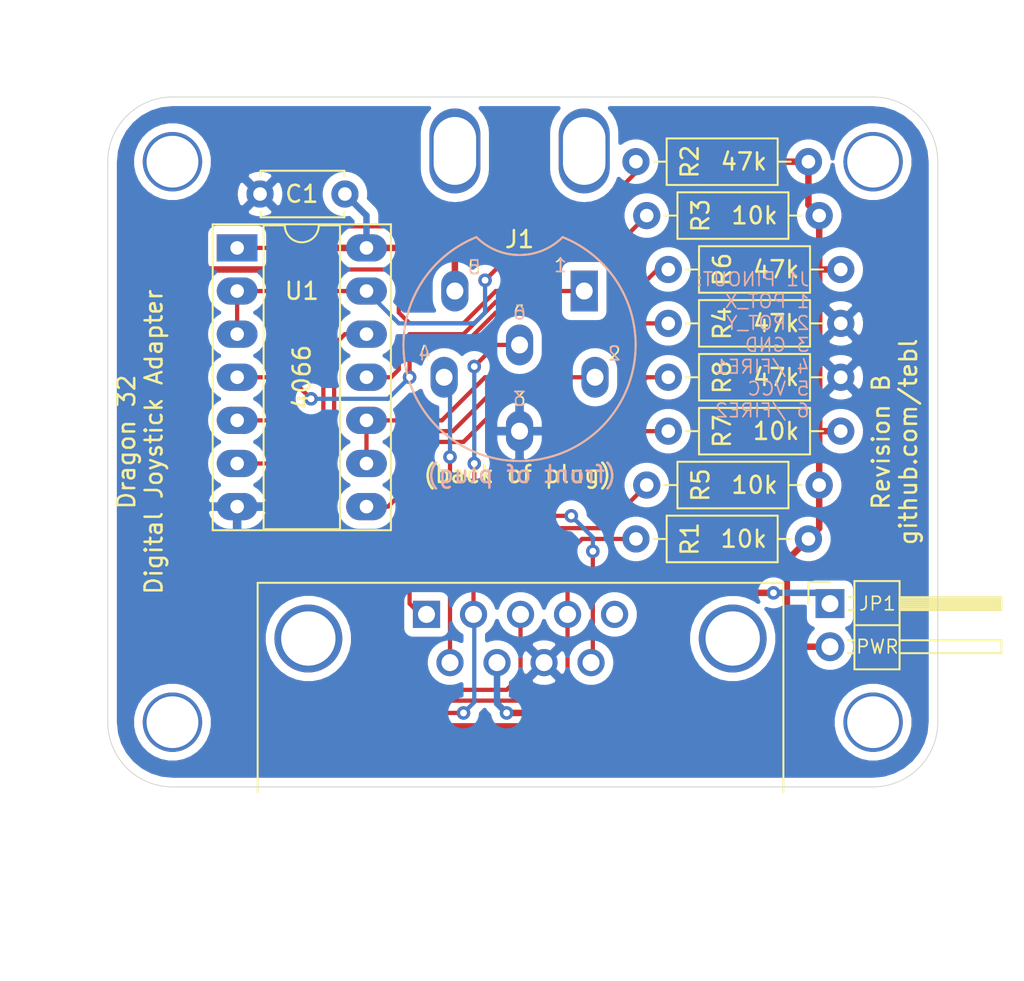
<source format=kicad_pcb>
(kicad_pcb (version 20171130) (host pcbnew "(5.1.8)-1")

  (general
    (thickness 1.6)
    (drawings 40)
    (tracks 189)
    (zones 0)
    (modules 17)
    (nets 16)
  )

  (page A4)
  (layers
    (0 F.Cu signal)
    (31 B.Cu signal)
    (32 B.Adhes user)
    (33 F.Adhes user)
    (34 B.Paste user)
    (35 F.Paste user)
    (36 B.SilkS user)
    (37 F.SilkS user)
    (38 B.Mask user)
    (39 F.Mask user)
    (40 Dwgs.User user)
    (41 Cmts.User user)
    (42 Eco1.User user)
    (43 Eco2.User user)
    (44 Edge.Cuts user)
    (45 Margin user)
    (46 B.CrtYd user)
    (47 F.CrtYd user)
    (48 B.Fab user)
    (49 F.Fab user)
  )

  (setup
    (last_trace_width 0.25)
    (trace_clearance 0.2)
    (zone_clearance 0.508)
    (zone_45_only no)
    (trace_min 0.2)
    (via_size 0.8)
    (via_drill 0.4)
    (via_min_size 0.4)
    (via_min_drill 0.3)
    (uvia_size 0.3)
    (uvia_drill 0.1)
    (uvias_allowed no)
    (uvia_min_size 0.2)
    (uvia_min_drill 0.1)
    (edge_width 0.05)
    (segment_width 0.2)
    (pcb_text_width 0.3)
    (pcb_text_size 1.5 1.5)
    (mod_edge_width 0.12)
    (mod_text_size 1 1)
    (mod_text_width 0.15)
    (pad_size 1.524 1.524)
    (pad_drill 0.762)
    (pad_to_mask_clearance 0)
    (aux_axis_origin 0 0)
    (visible_elements 7FFFFFFF)
    (pcbplotparams
      (layerselection 0x010fc_ffffffff)
      (usegerberextensions true)
      (usegerberattributes true)
      (usegerberadvancedattributes true)
      (creategerberjobfile true)
      (excludeedgelayer true)
      (linewidth 0.100000)
      (plotframeref false)
      (viasonmask false)
      (mode 1)
      (useauxorigin false)
      (hpglpennumber 1)
      (hpglpenspeed 20)
      (hpglpendiameter 15.000000)
      (psnegative false)
      (psa4output false)
      (plotreference true)
      (plotvalue true)
      (plotinvisibletext false)
      (padsonsilk false)
      (subtractmaskfromsilk false)
      (outputformat 1)
      (mirror false)
      (drillshape 0)
      (scaleselection 1)
      (outputdirectory "export/"))
  )

  (net 0 "")
  (net 1 UP)
  (net 2 DOWN)
  (net 3 LEFT)
  (net 4 RIGHT)
  (net 5 FIRE1)
  (net 6 VCC)
  (net 7 GND)
  (net 8 FIRE2)
  (net 9 "Net-(R2-Pad1)")
  (net 10 "Net-(R4-Pad2)")
  (net 11 "Net-(R6-Pad1)")
  (net 12 "Net-(R8-Pad2)")
  (net 13 POT_X)
  (net 14 POT_Y)
  (net 15 "Net-(J2-Pad7)")

  (net_class Default "This is the default net class."
    (clearance 0.2)
    (trace_width 0.25)
    (via_dia 0.8)
    (via_drill 0.4)
    (uvia_dia 0.3)
    (uvia_drill 0.1)
    (add_net DOWN)
    (add_net FIRE1)
    (add_net FIRE2)
    (add_net GND)
    (add_net LEFT)
    (add_net "Net-(R2-Pad1)")
    (add_net "Net-(R4-Pad2)")
    (add_net "Net-(R6-Pad1)")
    (add_net "Net-(R8-Pad2)")
    (add_net POT_X)
    (add_net POT_Y)
    (add_net RIGHT)
    (add_net UP)
  )

  (net_class PWR ""
    (clearance 0.2)
    (trace_width 0.381)
    (via_dia 0.8)
    (via_drill 0.4)
    (uvia_dia 0.3)
    (uvia_drill 0.1)
    (add_net "Net-(J2-Pad7)")
    (add_net VCC)
  )

  (module D32_Wirepads:OUTPUT_ZIP (layer F.Cu) (tedit 60089F5A) (tstamp 5FFEA6FB)
    (at 122.682 86.36 90)
    (descr "Through hole straight pin header, 1x04, 2.54mm pitch, single row")
    (tags "Through hole pin header THT 1x04 2.54mm single row")
    (path /60006D36)
    (fp_text reference J1 (at 6.223 0 180) (layer F.SilkS)
      (effects (font (size 1 1) (thickness 0.15)))
    )
    (fp_text value "Dragon 32" (at 5.715 0 180) (layer F.Fab)
      (effects (font (size 1 1) (thickness 0.15)))
    )
    (fp_arc (start 0 0) (end 6.349999 -2.539999) (angle -316.4) (layer B.SilkS) (width 0.12))
    (fp_arc (start 8.89 0) (end 6.35 -2.539998) (angle -90) (layer B.SilkS) (width 0.12))
    (fp_arc (start 8.89 0) (end 6.35 -2.539998) (angle -89.99996616) (layer F.SilkS) (width 0.12))
    (fp_arc (start 0 0) (end 6.349999 -2.539999) (angle -316.397181) (layer F.SilkS) (width 0.12))
    (fp_text user %R (at 3.175 -0.127) (layer F.Fab)
      (effects (font (size 1 1) (thickness 0.15)))
    )
    (pad 6 thru_hole oval (at 0 0 90) (size 2.4 1.6) (drill 1) (layers *.Cu *.Mask)
      (net 8 FIRE2))
    (pad 5 thru_hole oval (at 3.175 -3.81 90) (size 2.4 1.6) (drill 1) (layers *.Cu *.Mask)
      (net 6 VCC))
    (pad "" np_thru_hole oval (at 11.43 3.81 90) (size 5 3) (drill oval 4 2.5) (layers *.Cu *.Mask))
    (pad "" np_thru_hole oval (at 11.43 -3.81 90) (size 5 3) (drill oval 4 2.5) (layers *.Cu *.Mask))
    (pad 4 thru_hole oval (at -1.905 -4.445 90) (size 2.4 1.6) (drill 1) (layers *.Cu *.Mask)
      (net 5 FIRE1))
    (pad 3 thru_hole oval (at -5.08 0 90) (size 2.4 1.6) (drill 1) (layers *.Cu *.Mask)
      (net 7 GND))
    (pad 2 thru_hole oval (at -1.905 4.445 90) (size 2.4 1.6) (drill 1) (layers *.Cu *.Mask)
      (net 14 POT_Y))
    (pad 1 thru_hole rect (at 3.175 3.81 90) (size 2.4 1.6) (drill 1) (layers *.Cu *.Mask)
      (net 13 POT_X))
    (model ${KISYS3DMOD}/Pin_Headers.3dshapes/Pin_Header_Straight_1x04_Pitch2.54mm.wrl
      (at (xyz 0 0 0))
      (scale (xyz 1 1 1))
      (rotate (xyz 0 0 0))
    )
  )

  (module mounting:M3_pin (layer F.Cu) (tedit 5F76331A) (tstamp 5FFE980D)
    (at 102.235 108.585)
    (descr "module 1 pin (ou trou mecanique de percage)")
    (tags DEV)
    (path /60088123)
    (fp_text reference M1 (at 0 -3.048) (layer F.Fab) hide
      (effects (font (size 1 1) (thickness 0.15)))
    )
    (fp_text value Mounting (at 0 3) (layer F.Fab) hide
      (effects (font (size 1 1) (thickness 0.15)))
    )
    (fp_circle (center 0 0) (end 2.6 0) (layer F.CrtYd) (width 0.05))
    (fp_circle (center 0 0) (end 2 0.8) (layer F.Fab) (width 0.1))
    (pad 1 thru_hole circle (at 0 0) (size 3.5 3.5) (drill 3.048) (layers *.Cu *.Mask)
      (solder_mask_margin 0.8))
  )

  (module RND:DSUB-9_Male_Horizontal_P2.77x2.84mm_EdgePinOffset7.70mm_Housed_MountingHolesOffset9.12mm (layer F.Cu) (tedit 5BCE4B38) (tstamp 5FFE9806)
    (at 117.2 102.235)
    (descr "9-pin D-Sub connector, horizontal/angled (90 deg), THT-mount, male, pitch 2.77x2.84mm, pin-PCB-offset 7.699999999999999mm, distance of mounting holes 25mm, distance of mounting holes to PCB edge 9.12mm, see https://disti-assets.s3.amazonaws.com/tonar/files/datasheets/16730.pdf")
    (tags "9-pin D-Sub connector horizontal angled 90deg THT male pitch 2.77x2.84mm pin-PCB-offset 7.699999999999999mm mounting-holes-distance 25mm mounting-hole-offset 25mm")
    (path /5D1378A3)
    (fp_text reference J2 (at -2.9 0) (layer F.SilkS) hide
      (effects (font (size 1 1) (thickness 0.15)))
    )
    (fp_text value Joystick (at 5.54 8.89) (layer F.Fab)
      (effects (font (size 1 1) (thickness 0.15)))
    )
    (fp_line (start 21.5 -2.35) (end -10.4 -2.35) (layer F.CrtYd) (width 0.05))
    (fp_line (start 21.5 17.45) (end 21.5 -2.35) (layer F.CrtYd) (width 0.05))
    (fp_line (start -10.4 17.45) (end 21.5 17.45) (layer F.CrtYd) (width 0.05))
    (fp_line (start -10.4 -2.35) (end -10.4 17.45) (layer F.CrtYd) (width 0.05))
    (fp_line (start 21.025 -1.86) (end 21.025 10.48) (layer F.SilkS) (width 0.12))
    (fp_line (start -9.945 -1.86) (end 21.025 -1.86) (layer F.SilkS) (width 0.12))
    (fp_line (start -9.945 10.48) (end -9.945 -1.86) (layer F.SilkS) (width 0.12))
    (fp_line (start 19.64 10.54) (end 19.64 1.42) (layer F.Fab) (width 0.1))
    (fp_line (start 16.44 10.54) (end 16.44 1.42) (layer F.Fab) (width 0.1))
    (fp_line (start -5.36 10.54) (end -5.36 1.42) (layer F.Fab) (width 0.1))
    (fp_line (start -8.56 10.54) (end -8.56 1.42) (layer F.Fab) (width 0.1))
    (fp_line (start 20.54 10.94) (end 15.54 10.94) (layer F.Fab) (width 0.1))
    (fp_line (start 20.54 15.94) (end 20.54 10.94) (layer F.Fab) (width 0.1))
    (fp_line (start 15.54 15.94) (end 20.54 15.94) (layer F.Fab) (width 0.1))
    (fp_line (start 15.54 10.94) (end 15.54 15.94) (layer F.Fab) (width 0.1))
    (fp_line (start -4.46 10.94) (end -9.46 10.94) (layer F.Fab) (width 0.1))
    (fp_line (start -4.46 15.94) (end -4.46 10.94) (layer F.Fab) (width 0.1))
    (fp_line (start -9.46 15.94) (end -4.46 15.94) (layer F.Fab) (width 0.1))
    (fp_line (start -9.46 10.94) (end -9.46 15.94) (layer F.Fab) (width 0.1))
    (fp_line (start 13.69 10.94) (end -2.61 10.94) (layer F.Fab) (width 0.1))
    (fp_line (start 13.69 16.94) (end 13.69 10.94) (layer F.Fab) (width 0.1))
    (fp_line (start -2.61 16.94) (end 13.69 16.94) (layer F.Fab) (width 0.1))
    (fp_line (start -2.61 10.94) (end -2.61 16.94) (layer F.Fab) (width 0.1))
    (fp_line (start 20.965 10.54) (end -9.885 10.54) (layer F.Fab) (width 0.1))
    (fp_line (start 20.965 10.94) (end 20.965 10.54) (layer F.Fab) (width 0.1))
    (fp_line (start -9.885 10.94) (end 20.965 10.94) (layer F.Fab) (width 0.1))
    (fp_line (start -9.885 10.54) (end -9.885 10.94) (layer F.Fab) (width 0.1))
    (fp_line (start 20.965 -1.8) (end -9.885 -1.8) (layer F.Fab) (width 0.1))
    (fp_line (start 20.965 10.54) (end 20.965 -1.8) (layer F.Fab) (width 0.1))
    (fp_line (start -9.885 10.54) (end 20.965 10.54) (layer F.Fab) (width 0.1))
    (fp_line (start -9.885 -1.8) (end -9.885 10.54) (layer F.Fab) (width 0.1))
    (fp_arc (start -6.96 1.42) (end -8.56 1.42) (angle 180) (layer F.Fab) (width 0.1))
    (fp_arc (start 18.04 1.42) (end 16.44 1.42) (angle 180) (layer F.Fab) (width 0.1))
    (fp_text user %R (at -2.9 0) (layer F.Fab)
      (effects (font (size 1 1) (thickness 0.15)))
    )
    (pad 1 thru_hole rect (at 0 0) (size 1.6 1.6) (drill 1) (layers *.Cu *.Mask)
      (net 1 UP))
    (pad 2 thru_hole circle (at 2.77 0) (size 1.6 1.6) (drill 1) (layers *.Cu *.Mask)
      (net 2 DOWN))
    (pad 3 thru_hole circle (at 5.54 0) (size 1.6 1.6) (drill 1) (layers *.Cu *.Mask)
      (net 3 LEFT))
    (pad 4 thru_hole circle (at 8.31 0) (size 1.6 1.6) (drill 1) (layers *.Cu *.Mask)
      (net 4 RIGHT))
    (pad 5 thru_hole circle (at 11.08 0) (size 1.6 1.6) (drill 1) (layers *.Cu *.Mask))
    (pad 6 thru_hole circle (at 1.385 2.84) (size 1.6 1.6) (drill 1) (layers *.Cu *.Mask)
      (net 5 FIRE1))
    (pad 7 thru_hole circle (at 4.155 2.84) (size 1.6 1.6) (drill 1) (layers *.Cu *.Mask)
      (net 15 "Net-(J2-Pad7)"))
    (pad 8 thru_hole circle (at 6.925 2.84) (size 1.6 1.6) (drill 1) (layers *.Cu *.Mask)
      (net 7 GND))
    (pad 9 thru_hole circle (at 9.695 2.84) (size 1.6 1.6) (drill 1) (layers *.Cu *.Mask)
      (net 8 FIRE2))
    (pad 0 thru_hole circle (at -6.96 1.42) (size 4 4) (drill 3.2) (layers *.Cu *.Mask))
    (pad 0 thru_hole circle (at 18.04 1.42) (size 4 4) (drill 3.2) (layers *.Cu *.Mask))
    (model ${KISYS3DMOD}/Connector_Dsub.3dshapes/DSUB-9_Male_Horizontal_P2.77x2.84mm_EdgePinOffset7.70mm_Housed_MountingHolesOffset9.12mm.wrl
      (at (xyz 0 0 0))
      (scale (xyz 1 1 1))
      (rotate (xyz 0 0 0))
    )
  )

  (module mounting:M3_pin (layer F.Cu) (tedit 5F76331A) (tstamp 5FFE9814)
    (at 143.51 108.585)
    (descr "module 1 pin (ou trou mecanique de percage)")
    (tags DEV)
    (path /60087CC9)
    (fp_text reference M2 (at 0 -3.048) (layer F.Fab) hide
      (effects (font (size 1 1) (thickness 0.15)))
    )
    (fp_text value Mounting (at 0 3) (layer F.Fab) hide
      (effects (font (size 1 1) (thickness 0.15)))
    )
    (fp_circle (center 0 0) (end 2 0.8) (layer F.Fab) (width 0.1))
    (fp_circle (center 0 0) (end 2.6 0) (layer F.CrtYd) (width 0.05))
    (pad 1 thru_hole circle (at 0 0) (size 3.5 3.5) (drill 3.048) (layers *.Cu *.Mask)
      (solder_mask_margin 0.8))
  )

  (module mounting:M3_pin (layer F.Cu) (tedit 5F76331A) (tstamp 5FFE981B)
    (at 143.51 75.565)
    (descr "module 1 pin (ou trou mecanique de percage)")
    (tags DEV)
    (path /600878AD)
    (fp_text reference M3 (at 0 -3.048) (layer F.Fab) hide
      (effects (font (size 1 1) (thickness 0.15)))
    )
    (fp_text value Mounting (at 0 3) (layer F.Fab) hide
      (effects (font (size 1 1) (thickness 0.15)))
    )
    (fp_circle (center 0 0) (end 2.6 0) (layer F.CrtYd) (width 0.05))
    (fp_circle (center 0 0) (end 2 0.8) (layer F.Fab) (width 0.1))
    (pad 1 thru_hole circle (at 0 0) (size 3.5 3.5) (drill 3.048) (layers *.Cu *.Mask)
      (solder_mask_margin 0.8))
  )

  (module mounting:M3_pin (layer F.Cu) (tedit 5F76331A) (tstamp 5FFE9822)
    (at 102.235 75.565)
    (descr "module 1 pin (ou trou mecanique de percage)")
    (tags DEV)
    (path /6008691F)
    (fp_text reference M4 (at 0 -3.048) (layer F.Fab) hide
      (effects (font (size 1 1) (thickness 0.15)))
    )
    (fp_text value Mounting (at 0 3) (layer F.Fab) hide
      (effects (font (size 1 1) (thickness 0.15)))
    )
    (fp_circle (center 0 0) (end 2 0.8) (layer F.Fab) (width 0.1))
    (fp_circle (center 0 0) (end 2.6 0) (layer F.CrtYd) (width 0.05))
    (pad 1 thru_hole circle (at 0 0) (size 3.5 3.5) (drill 3.048) (layers *.Cu *.Mask)
      (solder_mask_margin 0.8))
  )

  (module Resistor_THT:R_Axial_DIN0207_L6.3mm_D2.5mm_P10.16mm_Horizontal (layer F.Cu) (tedit 5AE5139B) (tstamp 5FFE9839)
    (at 129.54 97.79)
    (descr "Resistor, Axial_DIN0207 series, Axial, Horizontal, pin pitch=10.16mm, 0.25W = 1/4W, length*diameter=6.3*2.5mm^2, http://cdn-reichelt.de/documents/datenblatt/B400/1_4W%23YAG.pdf")
    (tags "Resistor Axial_DIN0207 series Axial Horizontal pin pitch 10.16mm 0.25W = 1/4W length 6.3mm diameter 2.5mm")
    (path /600116FD)
    (fp_text reference R1 (at 3.175 0 90) (layer F.SilkS)
      (effects (font (size 1 1) (thickness 0.15)))
    )
    (fp_text value 10k (at 6.35 0) (layer F.SilkS)
      (effects (font (size 1 1) (thickness 0.15)))
    )
    (fp_line (start 1.93 -1.25) (end 1.93 1.25) (layer F.Fab) (width 0.1))
    (fp_line (start 1.93 1.25) (end 8.23 1.25) (layer F.Fab) (width 0.1))
    (fp_line (start 8.23 1.25) (end 8.23 -1.25) (layer F.Fab) (width 0.1))
    (fp_line (start 8.23 -1.25) (end 1.93 -1.25) (layer F.Fab) (width 0.1))
    (fp_line (start 0 0) (end 1.93 0) (layer F.Fab) (width 0.1))
    (fp_line (start 10.16 0) (end 8.23 0) (layer F.Fab) (width 0.1))
    (fp_line (start 1.81 -1.37) (end 1.81 1.37) (layer F.SilkS) (width 0.12))
    (fp_line (start 1.81 1.37) (end 8.35 1.37) (layer F.SilkS) (width 0.12))
    (fp_line (start 8.35 1.37) (end 8.35 -1.37) (layer F.SilkS) (width 0.12))
    (fp_line (start 8.35 -1.37) (end 1.81 -1.37) (layer F.SilkS) (width 0.12))
    (fp_line (start 1.04 0) (end 1.81 0) (layer F.SilkS) (width 0.12))
    (fp_line (start 9.12 0) (end 8.35 0) (layer F.SilkS) (width 0.12))
    (fp_line (start -1.05 -1.5) (end -1.05 1.5) (layer F.CrtYd) (width 0.05))
    (fp_line (start -1.05 1.5) (end 11.21 1.5) (layer F.CrtYd) (width 0.05))
    (fp_line (start 11.21 1.5) (end 11.21 -1.5) (layer F.CrtYd) (width 0.05))
    (fp_line (start 11.21 -1.5) (end -1.05 -1.5) (layer F.CrtYd) (width 0.05))
    (fp_text user %R (at 3.175 0 90) (layer F.Fab)
      (effects (font (size 1 1) (thickness 0.15)))
    )
    (pad 2 thru_hole oval (at 10.16 0) (size 1.6 1.6) (drill 0.8) (layers *.Cu *.Mask)
      (net 6 VCC))
    (pad 1 thru_hole circle (at 0 0) (size 1.6 1.6) (drill 0.8) (layers *.Cu *.Mask)
      (net 4 RIGHT))
    (model ${KISYS3DMOD}/Resistor_THT.3dshapes/R_Axial_DIN0207_L6.3mm_D2.5mm_P10.16mm_Horizontal.wrl
      (at (xyz 0 0 0))
      (scale (xyz 1 1 1))
      (rotate (xyz 0 0 0))
    )
  )

  (module Resistor_THT:R_Axial_DIN0207_L6.3mm_D2.5mm_P10.16mm_Horizontal (layer F.Cu) (tedit 5AE5139B) (tstamp 5FFE9850)
    (at 129.54 75.565)
    (descr "Resistor, Axial_DIN0207 series, Axial, Horizontal, pin pitch=10.16mm, 0.25W = 1/4W, length*diameter=6.3*2.5mm^2, http://cdn-reichelt.de/documents/datenblatt/B400/1_4W%23YAG.pdf")
    (tags "Resistor Axial_DIN0207 series Axial Horizontal pin pitch 10.16mm 0.25W = 1/4W length 6.3mm diameter 2.5mm")
    (path /60008599)
    (fp_text reference R2 (at 3.175 0 90) (layer F.SilkS)
      (effects (font (size 1 1) (thickness 0.15)))
    )
    (fp_text value 47k (at 6.35 0) (layer F.SilkS)
      (effects (font (size 1 1) (thickness 0.15)))
    )
    (fp_line (start 11.21 -1.5) (end -1.05 -1.5) (layer F.CrtYd) (width 0.05))
    (fp_line (start 11.21 1.5) (end 11.21 -1.5) (layer F.CrtYd) (width 0.05))
    (fp_line (start -1.05 1.5) (end 11.21 1.5) (layer F.CrtYd) (width 0.05))
    (fp_line (start -1.05 -1.5) (end -1.05 1.5) (layer F.CrtYd) (width 0.05))
    (fp_line (start 9.12 0) (end 8.35 0) (layer F.SilkS) (width 0.12))
    (fp_line (start 1.04 0) (end 1.81 0) (layer F.SilkS) (width 0.12))
    (fp_line (start 8.35 -1.37) (end 1.81 -1.37) (layer F.SilkS) (width 0.12))
    (fp_line (start 8.35 1.37) (end 8.35 -1.37) (layer F.SilkS) (width 0.12))
    (fp_line (start 1.81 1.37) (end 8.35 1.37) (layer F.SilkS) (width 0.12))
    (fp_line (start 1.81 -1.37) (end 1.81 1.37) (layer F.SilkS) (width 0.12))
    (fp_line (start 10.16 0) (end 8.23 0) (layer F.Fab) (width 0.1))
    (fp_line (start 0 0) (end 1.93 0) (layer F.Fab) (width 0.1))
    (fp_line (start 8.23 -1.25) (end 1.93 -1.25) (layer F.Fab) (width 0.1))
    (fp_line (start 8.23 1.25) (end 8.23 -1.25) (layer F.Fab) (width 0.1))
    (fp_line (start 1.93 1.25) (end 8.23 1.25) (layer F.Fab) (width 0.1))
    (fp_line (start 1.93 -1.25) (end 1.93 1.25) (layer F.Fab) (width 0.1))
    (fp_text user %R (at 3.175 0 90) (layer F.Fab)
      (effects (font (size 1 1) (thickness 0.15)))
    )
    (pad 1 thru_hole circle (at 0 0) (size 1.6 1.6) (drill 0.8) (layers *.Cu *.Mask)
      (net 9 "Net-(R2-Pad1)"))
    (pad 2 thru_hole oval (at 10.16 0) (size 1.6 1.6) (drill 0.8) (layers *.Cu *.Mask)
      (net 6 VCC))
    (model ${KISYS3DMOD}/Resistor_THT.3dshapes/R_Axial_DIN0207_L6.3mm_D2.5mm_P10.16mm_Horizontal.wrl
      (at (xyz 0 0 0))
      (scale (xyz 1 1 1))
      (rotate (xyz 0 0 0))
    )
  )

  (module Resistor_THT:R_Axial_DIN0207_L6.3mm_D2.5mm_P10.16mm_Horizontal (layer F.Cu) (tedit 5AE5139B) (tstamp 5FFE9867)
    (at 130.175 78.74)
    (descr "Resistor, Axial_DIN0207 series, Axial, Horizontal, pin pitch=10.16mm, 0.25W = 1/4W, length*diameter=6.3*2.5mm^2, http://cdn-reichelt.de/documents/datenblatt/B400/1_4W%23YAG.pdf")
    (tags "Resistor Axial_DIN0207 series Axial Horizontal pin pitch 10.16mm 0.25W = 1/4W length 6.3mm diameter 2.5mm")
    (path /6001664A)
    (fp_text reference R3 (at 3.175 0 90) (layer F.SilkS)
      (effects (font (size 1 1) (thickness 0.15)))
    )
    (fp_text value 10k (at 6.35 0) (layer F.SilkS)
      (effects (font (size 1 1) (thickness 0.15)))
    )
    (fp_line (start 11.21 -1.5) (end -1.05 -1.5) (layer F.CrtYd) (width 0.05))
    (fp_line (start 11.21 1.5) (end 11.21 -1.5) (layer F.CrtYd) (width 0.05))
    (fp_line (start -1.05 1.5) (end 11.21 1.5) (layer F.CrtYd) (width 0.05))
    (fp_line (start -1.05 -1.5) (end -1.05 1.5) (layer F.CrtYd) (width 0.05))
    (fp_line (start 9.12 0) (end 8.35 0) (layer F.SilkS) (width 0.12))
    (fp_line (start 1.04 0) (end 1.81 0) (layer F.SilkS) (width 0.12))
    (fp_line (start 8.35 -1.37) (end 1.81 -1.37) (layer F.SilkS) (width 0.12))
    (fp_line (start 8.35 1.37) (end 8.35 -1.37) (layer F.SilkS) (width 0.12))
    (fp_line (start 1.81 1.37) (end 8.35 1.37) (layer F.SilkS) (width 0.12))
    (fp_line (start 1.81 -1.37) (end 1.81 1.37) (layer F.SilkS) (width 0.12))
    (fp_line (start 10.16 0) (end 8.23 0) (layer F.Fab) (width 0.1))
    (fp_line (start 0 0) (end 1.93 0) (layer F.Fab) (width 0.1))
    (fp_line (start 8.23 -1.25) (end 1.93 -1.25) (layer F.Fab) (width 0.1))
    (fp_line (start 8.23 1.25) (end 8.23 -1.25) (layer F.Fab) (width 0.1))
    (fp_line (start 1.93 1.25) (end 8.23 1.25) (layer F.Fab) (width 0.1))
    (fp_line (start 1.93 -1.25) (end 1.93 1.25) (layer F.Fab) (width 0.1))
    (fp_text user %R (at 3.175 0 90) (layer F.Fab)
      (effects (font (size 1 1) (thickness 0.15)))
    )
    (pad 1 thru_hole circle (at 0 0) (size 1.6 1.6) (drill 0.8) (layers *.Cu *.Mask)
      (net 3 LEFT))
    (pad 2 thru_hole oval (at 10.16 0) (size 1.6 1.6) (drill 0.8) (layers *.Cu *.Mask)
      (net 6 VCC))
    (model ${KISYS3DMOD}/Resistor_THT.3dshapes/R_Axial_DIN0207_L6.3mm_D2.5mm_P10.16mm_Horizontal.wrl
      (at (xyz 0 0 0))
      (scale (xyz 1 1 1))
      (rotate (xyz 0 0 0))
    )
  )

  (module Resistor_THT:R_Axial_DIN0207_L6.3mm_D2.5mm_P10.16mm_Horizontal (layer F.Cu) (tedit 5AE5139B) (tstamp 5FFE987E)
    (at 141.605 85.09 180)
    (descr "Resistor, Axial_DIN0207 series, Axial, Horizontal, pin pitch=10.16mm, 0.25W = 1/4W, length*diameter=6.3*2.5mm^2, http://cdn-reichelt.de/documents/datenblatt/B400/1_4W%23YAG.pdf")
    (tags "Resistor Axial_DIN0207 series Axial Horizontal pin pitch 10.16mm 0.25W = 1/4W length 6.3mm diameter 2.5mm")
    (path /60027A1C)
    (fp_text reference R4 (at 6.985 0 90) (layer F.SilkS)
      (effects (font (size 1 1) (thickness 0.15)))
    )
    (fp_text value 47k (at 3.81 0) (layer F.SilkS)
      (effects (font (size 1 1) (thickness 0.15)))
    )
    (fp_line (start 1.93 -1.25) (end 1.93 1.25) (layer F.Fab) (width 0.1))
    (fp_line (start 1.93 1.25) (end 8.23 1.25) (layer F.Fab) (width 0.1))
    (fp_line (start 8.23 1.25) (end 8.23 -1.25) (layer F.Fab) (width 0.1))
    (fp_line (start 8.23 -1.25) (end 1.93 -1.25) (layer F.Fab) (width 0.1))
    (fp_line (start 0 0) (end 1.93 0) (layer F.Fab) (width 0.1))
    (fp_line (start 10.16 0) (end 8.23 0) (layer F.Fab) (width 0.1))
    (fp_line (start 1.81 -1.37) (end 1.81 1.37) (layer F.SilkS) (width 0.12))
    (fp_line (start 1.81 1.37) (end 8.35 1.37) (layer F.SilkS) (width 0.12))
    (fp_line (start 8.35 1.37) (end 8.35 -1.37) (layer F.SilkS) (width 0.12))
    (fp_line (start 8.35 -1.37) (end 1.81 -1.37) (layer F.SilkS) (width 0.12))
    (fp_line (start 1.04 0) (end 1.81 0) (layer F.SilkS) (width 0.12))
    (fp_line (start 9.12 0) (end 8.35 0) (layer F.SilkS) (width 0.12))
    (fp_line (start -1.05 -1.5) (end -1.05 1.5) (layer F.CrtYd) (width 0.05))
    (fp_line (start -1.05 1.5) (end 11.21 1.5) (layer F.CrtYd) (width 0.05))
    (fp_line (start 11.21 1.5) (end 11.21 -1.5) (layer F.CrtYd) (width 0.05))
    (fp_line (start 11.21 -1.5) (end -1.05 -1.5) (layer F.CrtYd) (width 0.05))
    (fp_text user %R (at 6.985 0 90) (layer F.Fab)
      (effects (font (size 1 1) (thickness 0.15)))
    )
    (pad 2 thru_hole oval (at 10.16 0 180) (size 1.6 1.6) (drill 0.8) (layers *.Cu *.Mask)
      (net 10 "Net-(R4-Pad2)"))
    (pad 1 thru_hole circle (at 0 0 180) (size 1.6 1.6) (drill 0.8) (layers *.Cu *.Mask)
      (net 7 GND))
    (model ${KISYS3DMOD}/Resistor_THT.3dshapes/R_Axial_DIN0207_L6.3mm_D2.5mm_P10.16mm_Horizontal.wrl
      (at (xyz 0 0 0))
      (scale (xyz 1 1 1))
      (rotate (xyz 0 0 0))
    )
  )

  (module Resistor_THT:R_Axial_DIN0207_L6.3mm_D2.5mm_P10.16mm_Horizontal (layer F.Cu) (tedit 5AE5139B) (tstamp 5FFE9895)
    (at 130.175 94.615)
    (descr "Resistor, Axial_DIN0207 series, Axial, Horizontal, pin pitch=10.16mm, 0.25W = 1/4W, length*diameter=6.3*2.5mm^2, http://cdn-reichelt.de/documents/datenblatt/B400/1_4W%23YAG.pdf")
    (tags "Resistor Axial_DIN0207 series Axial Horizontal pin pitch 10.16mm 0.25W = 1/4W length 6.3mm diameter 2.5mm")
    (path /60030AE7)
    (fp_text reference R5 (at 3.175 0 90) (layer F.SilkS)
      (effects (font (size 1 1) (thickness 0.15)))
    )
    (fp_text value 10k (at 6.35 0) (layer F.SilkS)
      (effects (font (size 1 1) (thickness 0.15)))
    )
    (fp_line (start 1.93 -1.25) (end 1.93 1.25) (layer F.Fab) (width 0.1))
    (fp_line (start 1.93 1.25) (end 8.23 1.25) (layer F.Fab) (width 0.1))
    (fp_line (start 8.23 1.25) (end 8.23 -1.25) (layer F.Fab) (width 0.1))
    (fp_line (start 8.23 -1.25) (end 1.93 -1.25) (layer F.Fab) (width 0.1))
    (fp_line (start 0 0) (end 1.93 0) (layer F.Fab) (width 0.1))
    (fp_line (start 10.16 0) (end 8.23 0) (layer F.Fab) (width 0.1))
    (fp_line (start 1.81 -1.37) (end 1.81 1.37) (layer F.SilkS) (width 0.12))
    (fp_line (start 1.81 1.37) (end 8.35 1.37) (layer F.SilkS) (width 0.12))
    (fp_line (start 8.35 1.37) (end 8.35 -1.37) (layer F.SilkS) (width 0.12))
    (fp_line (start 8.35 -1.37) (end 1.81 -1.37) (layer F.SilkS) (width 0.12))
    (fp_line (start 1.04 0) (end 1.81 0) (layer F.SilkS) (width 0.12))
    (fp_line (start 9.12 0) (end 8.35 0) (layer F.SilkS) (width 0.12))
    (fp_line (start -1.05 -1.5) (end -1.05 1.5) (layer F.CrtYd) (width 0.05))
    (fp_line (start -1.05 1.5) (end 11.21 1.5) (layer F.CrtYd) (width 0.05))
    (fp_line (start 11.21 1.5) (end 11.21 -1.5) (layer F.CrtYd) (width 0.05))
    (fp_line (start 11.21 -1.5) (end -1.05 -1.5) (layer F.CrtYd) (width 0.05))
    (fp_text user %R (at 3.175 0 90) (layer F.Fab)
      (effects (font (size 1 1) (thickness 0.15)))
    )
    (pad 2 thru_hole oval (at 10.16 0) (size 1.6 1.6) (drill 0.8) (layers *.Cu *.Mask)
      (net 6 VCC))
    (pad 1 thru_hole circle (at 0 0) (size 1.6 1.6) (drill 0.8) (layers *.Cu *.Mask)
      (net 2 DOWN))
    (model ${KISYS3DMOD}/Resistor_THT.3dshapes/R_Axial_DIN0207_L6.3mm_D2.5mm_P10.16mm_Horizontal.wrl
      (at (xyz 0 0 0))
      (scale (xyz 1 1 1))
      (rotate (xyz 0 0 0))
    )
  )

  (module Resistor_THT:R_Axial_DIN0207_L6.3mm_D2.5mm_P10.16mm_Horizontal (layer F.Cu) (tedit 5AE5139B) (tstamp 5FFE98AC)
    (at 131.445 81.915)
    (descr "Resistor, Axial_DIN0207 series, Axial, Horizontal, pin pitch=10.16mm, 0.25W = 1/4W, length*diameter=6.3*2.5mm^2, http://cdn-reichelt.de/documents/datenblatt/B400/1_4W%23YAG.pdf")
    (tags "Resistor Axial_DIN0207 series Axial Horizontal pin pitch 10.16mm 0.25W = 1/4W length 6.3mm diameter 2.5mm")
    (path /60030AD4)
    (fp_text reference R6 (at 3.175 0 90) (layer F.SilkS)
      (effects (font (size 1 1) (thickness 0.15)))
    )
    (fp_text value 47k (at 6.35 0) (layer F.SilkS)
      (effects (font (size 1 1) (thickness 0.15)))
    )
    (fp_line (start 11.21 -1.5) (end -1.05 -1.5) (layer F.CrtYd) (width 0.05))
    (fp_line (start 11.21 1.5) (end 11.21 -1.5) (layer F.CrtYd) (width 0.05))
    (fp_line (start -1.05 1.5) (end 11.21 1.5) (layer F.CrtYd) (width 0.05))
    (fp_line (start -1.05 -1.5) (end -1.05 1.5) (layer F.CrtYd) (width 0.05))
    (fp_line (start 9.12 0) (end 8.35 0) (layer F.SilkS) (width 0.12))
    (fp_line (start 1.04 0) (end 1.81 0) (layer F.SilkS) (width 0.12))
    (fp_line (start 8.35 -1.37) (end 1.81 -1.37) (layer F.SilkS) (width 0.12))
    (fp_line (start 8.35 1.37) (end 8.35 -1.37) (layer F.SilkS) (width 0.12))
    (fp_line (start 1.81 1.37) (end 8.35 1.37) (layer F.SilkS) (width 0.12))
    (fp_line (start 1.81 -1.37) (end 1.81 1.37) (layer F.SilkS) (width 0.12))
    (fp_line (start 10.16 0) (end 8.23 0) (layer F.Fab) (width 0.1))
    (fp_line (start 0 0) (end 1.93 0) (layer F.Fab) (width 0.1))
    (fp_line (start 8.23 -1.25) (end 1.93 -1.25) (layer F.Fab) (width 0.1))
    (fp_line (start 8.23 1.25) (end 8.23 -1.25) (layer F.Fab) (width 0.1))
    (fp_line (start 1.93 1.25) (end 8.23 1.25) (layer F.Fab) (width 0.1))
    (fp_line (start 1.93 -1.25) (end 1.93 1.25) (layer F.Fab) (width 0.1))
    (fp_text user %R (at 3.175 0 90) (layer F.Fab)
      (effects (font (size 1 1) (thickness 0.15)))
    )
    (pad 1 thru_hole circle (at 0 0) (size 1.6 1.6) (drill 0.8) (layers *.Cu *.Mask)
      (net 11 "Net-(R6-Pad1)"))
    (pad 2 thru_hole oval (at 10.16 0) (size 1.6 1.6) (drill 0.8) (layers *.Cu *.Mask)
      (net 6 VCC))
    (model ${KISYS3DMOD}/Resistor_THT.3dshapes/R_Axial_DIN0207_L6.3mm_D2.5mm_P10.16mm_Horizontal.wrl
      (at (xyz 0 0 0))
      (scale (xyz 1 1 1))
      (rotate (xyz 0 0 0))
    )
  )

  (module Resistor_THT:R_Axial_DIN0207_L6.3mm_D2.5mm_P10.16mm_Horizontal (layer F.Cu) (tedit 5AE5139B) (tstamp 5FFE98C3)
    (at 131.445 91.44)
    (descr "Resistor, Axial_DIN0207 series, Axial, Horizontal, pin pitch=10.16mm, 0.25W = 1/4W, length*diameter=6.3*2.5mm^2, http://cdn-reichelt.de/documents/datenblatt/B400/1_4W%23YAG.pdf")
    (tags "Resistor Axial_DIN0207 series Axial Horizontal pin pitch 10.16mm 0.25W = 1/4W length 6.3mm diameter 2.5mm")
    (path /60030AF7)
    (fp_text reference R7 (at 3.175 0 90) (layer F.SilkS)
      (effects (font (size 1 1) (thickness 0.15)))
    )
    (fp_text value 10k (at 6.35 0) (layer F.SilkS)
      (effects (font (size 1 1) (thickness 0.15)))
    )
    (fp_line (start 11.21 -1.5) (end -1.05 -1.5) (layer F.CrtYd) (width 0.05))
    (fp_line (start 11.21 1.5) (end 11.21 -1.5) (layer F.CrtYd) (width 0.05))
    (fp_line (start -1.05 1.5) (end 11.21 1.5) (layer F.CrtYd) (width 0.05))
    (fp_line (start -1.05 -1.5) (end -1.05 1.5) (layer F.CrtYd) (width 0.05))
    (fp_line (start 9.12 0) (end 8.35 0) (layer F.SilkS) (width 0.12))
    (fp_line (start 1.04 0) (end 1.81 0) (layer F.SilkS) (width 0.12))
    (fp_line (start 8.35 -1.37) (end 1.81 -1.37) (layer F.SilkS) (width 0.12))
    (fp_line (start 8.35 1.37) (end 8.35 -1.37) (layer F.SilkS) (width 0.12))
    (fp_line (start 1.81 1.37) (end 8.35 1.37) (layer F.SilkS) (width 0.12))
    (fp_line (start 1.81 -1.37) (end 1.81 1.37) (layer F.SilkS) (width 0.12))
    (fp_line (start 10.16 0) (end 8.23 0) (layer F.Fab) (width 0.1))
    (fp_line (start 0 0) (end 1.93 0) (layer F.Fab) (width 0.1))
    (fp_line (start 8.23 -1.25) (end 1.93 -1.25) (layer F.Fab) (width 0.1))
    (fp_line (start 8.23 1.25) (end 8.23 -1.25) (layer F.Fab) (width 0.1))
    (fp_line (start 1.93 1.25) (end 8.23 1.25) (layer F.Fab) (width 0.1))
    (fp_line (start 1.93 -1.25) (end 1.93 1.25) (layer F.Fab) (width 0.1))
    (fp_text user %R (at 3.175 0 90) (layer F.Fab)
      (effects (font (size 1 1) (thickness 0.15)))
    )
    (pad 1 thru_hole circle (at 0 0) (size 1.6 1.6) (drill 0.8) (layers *.Cu *.Mask)
      (net 1 UP))
    (pad 2 thru_hole oval (at 10.16 0) (size 1.6 1.6) (drill 0.8) (layers *.Cu *.Mask)
      (net 6 VCC))
    (model ${KISYS3DMOD}/Resistor_THT.3dshapes/R_Axial_DIN0207_L6.3mm_D2.5mm_P10.16mm_Horizontal.wrl
      (at (xyz 0 0 0))
      (scale (xyz 1 1 1))
      (rotate (xyz 0 0 0))
    )
  )

  (module Resistor_THT:R_Axial_DIN0207_L6.3mm_D2.5mm_P10.16mm_Horizontal (layer F.Cu) (tedit 5AE5139B) (tstamp 5FFE98DA)
    (at 141.605 88.265 180)
    (descr "Resistor, Axial_DIN0207 series, Axial, Horizontal, pin pitch=10.16mm, 0.25W = 1/4W, length*diameter=6.3*2.5mm^2, http://cdn-reichelt.de/documents/datenblatt/B400/1_4W%23YAG.pdf")
    (tags "Resistor Axial_DIN0207 series Axial Horizontal pin pitch 10.16mm 0.25W = 1/4W length 6.3mm diameter 2.5mm")
    (path /60030B08)
    (fp_text reference R8 (at 6.985 0 90) (layer F.SilkS)
      (effects (font (size 1 1) (thickness 0.15)))
    )
    (fp_text value 47k (at 3.81 0) (layer F.SilkS)
      (effects (font (size 1 1) (thickness 0.15)))
    )
    (fp_line (start 1.93 -1.25) (end 1.93 1.25) (layer F.Fab) (width 0.1))
    (fp_line (start 1.93 1.25) (end 8.23 1.25) (layer F.Fab) (width 0.1))
    (fp_line (start 8.23 1.25) (end 8.23 -1.25) (layer F.Fab) (width 0.1))
    (fp_line (start 8.23 -1.25) (end 1.93 -1.25) (layer F.Fab) (width 0.1))
    (fp_line (start 0 0) (end 1.93 0) (layer F.Fab) (width 0.1))
    (fp_line (start 10.16 0) (end 8.23 0) (layer F.Fab) (width 0.1))
    (fp_line (start 1.81 -1.37) (end 1.81 1.37) (layer F.SilkS) (width 0.12))
    (fp_line (start 1.81 1.37) (end 8.35 1.37) (layer F.SilkS) (width 0.12))
    (fp_line (start 8.35 1.37) (end 8.35 -1.37) (layer F.SilkS) (width 0.12))
    (fp_line (start 8.35 -1.37) (end 1.81 -1.37) (layer F.SilkS) (width 0.12))
    (fp_line (start 1.04 0) (end 1.81 0) (layer F.SilkS) (width 0.12))
    (fp_line (start 9.12 0) (end 8.35 0) (layer F.SilkS) (width 0.12))
    (fp_line (start -1.05 -1.5) (end -1.05 1.5) (layer F.CrtYd) (width 0.05))
    (fp_line (start -1.05 1.5) (end 11.21 1.5) (layer F.CrtYd) (width 0.05))
    (fp_line (start 11.21 1.5) (end 11.21 -1.5) (layer F.CrtYd) (width 0.05))
    (fp_line (start 11.21 -1.5) (end -1.05 -1.5) (layer F.CrtYd) (width 0.05))
    (fp_text user %R (at 6.985 0 90) (layer F.Fab)
      (effects (font (size 1 1) (thickness 0.15)))
    )
    (pad 2 thru_hole oval (at 10.16 0 180) (size 1.6 1.6) (drill 0.8) (layers *.Cu *.Mask)
      (net 12 "Net-(R8-Pad2)"))
    (pad 1 thru_hole circle (at 0 0 180) (size 1.6 1.6) (drill 0.8) (layers *.Cu *.Mask)
      (net 7 GND))
    (model ${KISYS3DMOD}/Resistor_THT.3dshapes/R_Axial_DIN0207_L6.3mm_D2.5mm_P10.16mm_Horizontal.wrl
      (at (xyz 0 0 0))
      (scale (xyz 1 1 1))
      (rotate (xyz 0 0 0))
    )
  )

  (module Package_DIP:DIP-14_W7.62mm_Socket_LongPads (layer F.Cu) (tedit 5A02E8C5) (tstamp 5FFE9904)
    (at 106.045 80.645)
    (descr "14-lead though-hole mounted DIP package, row spacing 7.62 mm (300 mils), Socket, LongPads")
    (tags "THT DIP DIL PDIP 2.54mm 7.62mm 300mil Socket LongPads")
    (path /5FFF69E1)
    (fp_text reference U1 (at 3.81 2.54) (layer F.SilkS)
      (effects (font (size 1 1) (thickness 0.15)))
    )
    (fp_text value 4066 (at 3.81 7.62 90) (layer F.SilkS)
      (effects (font (size 1 1) (thickness 0.15)))
    )
    (fp_line (start 9.15 -1.6) (end -1.55 -1.6) (layer F.CrtYd) (width 0.05))
    (fp_line (start 9.15 16.85) (end 9.15 -1.6) (layer F.CrtYd) (width 0.05))
    (fp_line (start -1.55 16.85) (end 9.15 16.85) (layer F.CrtYd) (width 0.05))
    (fp_line (start -1.55 -1.6) (end -1.55 16.85) (layer F.CrtYd) (width 0.05))
    (fp_line (start 9.06 -1.39) (end -1.44 -1.39) (layer F.SilkS) (width 0.12))
    (fp_line (start 9.06 16.63) (end 9.06 -1.39) (layer F.SilkS) (width 0.12))
    (fp_line (start -1.44 16.63) (end 9.06 16.63) (layer F.SilkS) (width 0.12))
    (fp_line (start -1.44 -1.39) (end -1.44 16.63) (layer F.SilkS) (width 0.12))
    (fp_line (start 6.06 -1.33) (end 4.81 -1.33) (layer F.SilkS) (width 0.12))
    (fp_line (start 6.06 16.57) (end 6.06 -1.33) (layer F.SilkS) (width 0.12))
    (fp_line (start 1.56 16.57) (end 6.06 16.57) (layer F.SilkS) (width 0.12))
    (fp_line (start 1.56 -1.33) (end 1.56 16.57) (layer F.SilkS) (width 0.12))
    (fp_line (start 2.81 -1.33) (end 1.56 -1.33) (layer F.SilkS) (width 0.12))
    (fp_line (start 8.89 -1.33) (end -1.27 -1.33) (layer F.Fab) (width 0.1))
    (fp_line (start 8.89 16.57) (end 8.89 -1.33) (layer F.Fab) (width 0.1))
    (fp_line (start -1.27 16.57) (end 8.89 16.57) (layer F.Fab) (width 0.1))
    (fp_line (start -1.27 -1.33) (end -1.27 16.57) (layer F.Fab) (width 0.1))
    (fp_line (start 0.635 -0.27) (end 1.635 -1.27) (layer F.Fab) (width 0.1))
    (fp_line (start 0.635 16.51) (end 0.635 -0.27) (layer F.Fab) (width 0.1))
    (fp_line (start 6.985 16.51) (end 0.635 16.51) (layer F.Fab) (width 0.1))
    (fp_line (start 6.985 -1.27) (end 6.985 16.51) (layer F.Fab) (width 0.1))
    (fp_line (start 1.635 -1.27) (end 6.985 -1.27) (layer F.Fab) (width 0.1))
    (fp_arc (start 3.81 -1.33) (end 2.81 -1.33) (angle -180) (layer F.SilkS) (width 0.12))
    (fp_text user %R (at 3.81 2.54) (layer F.Fab)
      (effects (font (size 1 1) (thickness 0.15)))
    )
    (pad 1 thru_hole rect (at 0 0) (size 2.4 1.6) (drill 0.8) (layers *.Cu *.Mask)
      (net 9 "Net-(R2-Pad1)"))
    (pad 8 thru_hole oval (at 7.62 15.24) (size 2.4 1.6) (drill 0.8) (layers *.Cu *.Mask)
      (net 12 "Net-(R8-Pad2)"))
    (pad 2 thru_hole oval (at 0 2.54) (size 2.4 1.6) (drill 0.8) (layers *.Cu *.Mask)
      (net 13 POT_X))
    (pad 9 thru_hole oval (at 7.62 12.7) (size 2.4 1.6) (drill 0.8) (layers *.Cu *.Mask)
      (net 14 POT_Y))
    (pad 3 thru_hole oval (at 0 5.08) (size 2.4 1.6) (drill 0.8) (layers *.Cu *.Mask)
      (net 13 POT_X))
    (pad 10 thru_hole oval (at 7.62 10.16) (size 2.4 1.6) (drill 0.8) (layers *.Cu *.Mask)
      (net 14 POT_Y))
    (pad 4 thru_hole oval (at 0 7.62) (size 2.4 1.6) (drill 0.8) (layers *.Cu *.Mask)
      (net 10 "Net-(R4-Pad2)"))
    (pad 11 thru_hole oval (at 7.62 7.62) (size 2.4 1.6) (drill 0.8) (layers *.Cu *.Mask)
      (net 11 "Net-(R6-Pad1)"))
    (pad 5 thru_hole oval (at 0 10.16) (size 2.4 1.6) (drill 0.8) (layers *.Cu *.Mask)
      (net 4 RIGHT))
    (pad 12 thru_hole oval (at 7.62 5.08) (size 2.4 1.6) (drill 0.8) (layers *.Cu *.Mask)
      (net 1 UP))
    (pad 6 thru_hole oval (at 0 12.7) (size 2.4 1.6) (drill 0.8) (layers *.Cu *.Mask)
      (net 2 DOWN))
    (pad 13 thru_hole oval (at 7.62 2.54) (size 2.4 1.6) (drill 0.8) (layers *.Cu *.Mask)
      (net 3 LEFT))
    (pad 7 thru_hole oval (at 0 15.24) (size 2.4 1.6) (drill 0.8) (layers *.Cu *.Mask)
      (net 7 GND))
    (pad 14 thru_hole oval (at 7.62 0) (size 2.4 1.6) (drill 0.8) (layers *.Cu *.Mask)
      (net 6 VCC))
    (model ${KISYS3DMOD}/Package_DIP.3dshapes/DIP-14_W7.62mm_Socket.wrl
      (at (xyz 0 0 0))
      (scale (xyz 1 1 1))
      (rotate (xyz 0 0 0))
    )
  )

  (module Capacitor_THT:C_Disc_D4.7mm_W2.5mm_P5.00mm (layer F.Cu) (tedit 5AE50EF0) (tstamp 5FFEA78A)
    (at 112.395 77.47 180)
    (descr "C, Disc series, Radial, pin pitch=5.00mm, , diameter*width=4.7*2.5mm^2, Capacitor, http://www.vishay.com/docs/45233/krseries.pdf")
    (tags "C Disc series Radial pin pitch 5.00mm  diameter 4.7mm width 2.5mm Capacitor")
    (path /5FD32F7C)
    (fp_text reference C1 (at 2.54 0) (layer F.SilkS)
      (effects (font (size 1 1) (thickness 0.15)))
    )
    (fp_text value 100nF (at 2.5 2.5) (layer F.Fab)
      (effects (font (size 1 1) (thickness 0.15)))
    )
    (fp_line (start 0.15 -1.25) (end 0.15 1.25) (layer F.Fab) (width 0.1))
    (fp_line (start 0.15 1.25) (end 4.85 1.25) (layer F.Fab) (width 0.1))
    (fp_line (start 4.85 1.25) (end 4.85 -1.25) (layer F.Fab) (width 0.1))
    (fp_line (start 4.85 -1.25) (end 0.15 -1.25) (layer F.Fab) (width 0.1))
    (fp_line (start 0.03 -1.37) (end 4.97 -1.37) (layer F.SilkS) (width 0.12))
    (fp_line (start 0.03 1.37) (end 4.97 1.37) (layer F.SilkS) (width 0.12))
    (fp_line (start 0.03 -1.37) (end 0.03 -1.055) (layer F.SilkS) (width 0.12))
    (fp_line (start 0.03 1.055) (end 0.03 1.37) (layer F.SilkS) (width 0.12))
    (fp_line (start 4.97 -1.37) (end 4.97 -1.055) (layer F.SilkS) (width 0.12))
    (fp_line (start 4.97 1.055) (end 4.97 1.37) (layer F.SilkS) (width 0.12))
    (fp_line (start -1.05 -1.5) (end -1.05 1.5) (layer F.CrtYd) (width 0.05))
    (fp_line (start -1.05 1.5) (end 6.05 1.5) (layer F.CrtYd) (width 0.05))
    (fp_line (start 6.05 1.5) (end 6.05 -1.5) (layer F.CrtYd) (width 0.05))
    (fp_line (start 6.05 -1.5) (end -1.05 -1.5) (layer F.CrtYd) (width 0.05))
    (fp_text user %R (at 2.5 0) (layer F.Fab)
      (effects (font (size 0.94 0.94) (thickness 0.141)))
    )
    (pad 1 thru_hole circle (at 0 0 180) (size 1.6 1.6) (drill 0.8) (layers *.Cu *.Mask)
      (net 6 VCC))
    (pad 2 thru_hole circle (at 5 0 180) (size 1.6 1.6) (drill 0.8) (layers *.Cu *.Mask)
      (net 7 GND))
    (model ${KISYS3DMOD}/Capacitor_THT.3dshapes/C_Disc_D4.7mm_W2.5mm_P5.00mm.wrl
      (at (xyz 0 0 0))
      (scale (xyz 1 1 1))
      (rotate (xyz 0 0 0))
    )
  )

  (module Connector_PinHeader_2.54mm:PinHeader_1x02_P2.54mm_Horizontal (layer F.Cu) (tedit 59FED5CB) (tstamp 600B4740)
    (at 140.97 101.6)
    (descr "Through hole angled pin header, 1x02, 2.54mm pitch, 6mm pin length, single row")
    (tags "Through hole angled pin header THT 1x02 2.54mm single row")
    (path /600B559B)
    (fp_text reference JP1 (at 2.794 0) (layer F.SilkS)
      (effects (font (size 0.8 0.8) (thickness 0.1)))
    )
    (fp_text value PWR (at 2.794 2.54) (layer F.SilkS)
      (effects (font (size 0.8 0.8) (thickness 0.1)))
    )
    (fp_line (start 2.135 -1.27) (end 4.04 -1.27) (layer F.Fab) (width 0.1))
    (fp_line (start 4.04 -1.27) (end 4.04 3.81) (layer F.Fab) (width 0.1))
    (fp_line (start 4.04 3.81) (end 1.5 3.81) (layer F.Fab) (width 0.1))
    (fp_line (start 1.5 3.81) (end 1.5 -0.635) (layer F.Fab) (width 0.1))
    (fp_line (start 1.5 -0.635) (end 2.135 -1.27) (layer F.Fab) (width 0.1))
    (fp_line (start -0.32 -0.32) (end 1.5 -0.32) (layer F.Fab) (width 0.1))
    (fp_line (start -0.32 -0.32) (end -0.32 0.32) (layer F.Fab) (width 0.1))
    (fp_line (start -0.32 0.32) (end 1.5 0.32) (layer F.Fab) (width 0.1))
    (fp_line (start 4.04 -0.32) (end 10.04 -0.32) (layer F.Fab) (width 0.1))
    (fp_line (start 10.04 -0.32) (end 10.04 0.32) (layer F.Fab) (width 0.1))
    (fp_line (start 4.04 0.32) (end 10.04 0.32) (layer F.Fab) (width 0.1))
    (fp_line (start -0.32 2.22) (end 1.5 2.22) (layer F.Fab) (width 0.1))
    (fp_line (start -0.32 2.22) (end -0.32 2.86) (layer F.Fab) (width 0.1))
    (fp_line (start -0.32 2.86) (end 1.5 2.86) (layer F.Fab) (width 0.1))
    (fp_line (start 4.04 2.22) (end 10.04 2.22) (layer F.Fab) (width 0.1))
    (fp_line (start 10.04 2.22) (end 10.04 2.86) (layer F.Fab) (width 0.1))
    (fp_line (start 4.04 2.86) (end 10.04 2.86) (layer F.Fab) (width 0.1))
    (fp_line (start 1.44 -1.33) (end 1.44 3.87) (layer F.SilkS) (width 0.12))
    (fp_line (start 1.44 3.87) (end 4.1 3.87) (layer F.SilkS) (width 0.12))
    (fp_line (start 4.1 3.87) (end 4.1 -1.33) (layer F.SilkS) (width 0.12))
    (fp_line (start 4.1 -1.33) (end 1.44 -1.33) (layer F.SilkS) (width 0.12))
    (fp_line (start 4.1 -0.38) (end 10.1 -0.38) (layer F.SilkS) (width 0.12))
    (fp_line (start 10.1 -0.38) (end 10.1 0.38) (layer F.SilkS) (width 0.12))
    (fp_line (start 10.1 0.38) (end 4.1 0.38) (layer F.SilkS) (width 0.12))
    (fp_line (start 4.1 -0.32) (end 10.1 -0.32) (layer F.SilkS) (width 0.12))
    (fp_line (start 4.1 -0.2) (end 10.1 -0.2) (layer F.SilkS) (width 0.12))
    (fp_line (start 4.1 -0.08) (end 10.1 -0.08) (layer F.SilkS) (width 0.12))
    (fp_line (start 4.1 0.04) (end 10.1 0.04) (layer F.SilkS) (width 0.12))
    (fp_line (start 4.1 0.16) (end 10.1 0.16) (layer F.SilkS) (width 0.12))
    (fp_line (start 4.1 0.28) (end 10.1 0.28) (layer F.SilkS) (width 0.12))
    (fp_line (start 1.11 -0.38) (end 1.44 -0.38) (layer F.SilkS) (width 0.12))
    (fp_line (start 1.11 0.38) (end 1.44 0.38) (layer F.SilkS) (width 0.12))
    (fp_line (start 1.44 1.27) (end 4.1 1.27) (layer F.SilkS) (width 0.12))
    (fp_line (start 4.1 2.16) (end 10.1 2.16) (layer F.SilkS) (width 0.12))
    (fp_line (start 10.1 2.16) (end 10.1 2.92) (layer F.SilkS) (width 0.12))
    (fp_line (start 10.1 2.92) (end 4.1 2.92) (layer F.SilkS) (width 0.12))
    (fp_line (start 1.042929 2.16) (end 1.44 2.16) (layer F.SilkS) (width 0.12))
    (fp_line (start 1.042929 2.92) (end 1.44 2.92) (layer F.SilkS) (width 0.12))
    (fp_line (start -1.27 0) (end -1.27 -1.27) (layer F.SilkS) (width 0.12))
    (fp_line (start -1.27 -1.27) (end 0 -1.27) (layer F.SilkS) (width 0.12))
    (fp_line (start -1.8 -1.8) (end -1.8 4.35) (layer F.CrtYd) (width 0.05))
    (fp_line (start -1.8 4.35) (end 10.55 4.35) (layer F.CrtYd) (width 0.05))
    (fp_line (start 10.55 4.35) (end 10.55 -1.8) (layer F.CrtYd) (width 0.05))
    (fp_line (start 10.55 -1.8) (end -1.8 -1.8) (layer F.CrtYd) (width 0.05))
    (fp_text user %R (at 2.77 1.27 90) (layer F.Fab)
      (effects (font (size 1 1) (thickness 0.15)))
    )
    (pad 1 thru_hole rect (at 0 0) (size 1.7 1.7) (drill 1) (layers *.Cu *.Mask)
      (net 15 "Net-(J2-Pad7)"))
    (pad 2 thru_hole oval (at 0 2.54) (size 1.7 1.7) (drill 1) (layers *.Cu *.Mask)
      (net 6 VCC))
    (model ${KISYS3DMOD}/Connector_PinHeader_2.54mm.3dshapes/PinHeader_1x02_P2.54mm_Horizontal.wrl
      (at (xyz 0 0 0))
      (scale (xyz 1 1 1))
      (rotate (xyz 0 0 0))
    )
  )

  (gr_text "J1 PINOUT:\n1 POT_X\n2 POT_Y\n3 GND\n4 /FIRE1\n5 VCC\n6 /FIRE2" (at 139.827 86.36) (layer B.SilkS) (tstamp 60090588)
    (effects (font (size 0.8 0.8) (thickness 0.1)) (justify left mirror))
  )
  (gr_text 2 (at 128.27 86.868) (layer B.SilkS) (tstamp 6008A4B9)
    (effects (font (size 0.8 0.8) (thickness 0.1)) (justify mirror))
  )
  (gr_text 6 (at 122.682 84.455) (layer B.SilkS) (tstamp 6008A496)
    (effects (font (size 0.8 0.8) (thickness 0.1)) (justify mirror))
  )
  (gr_text 3 (at 122.682 89.535) (layer B.SilkS) (tstamp 6008A463)
    (effects (font (size 0.8 0.8) (thickness 0.1)) (justify mirror))
  )
  (gr_text 5 (at 120.015 81.788) (layer B.SilkS) (tstamp 6008A41F)
    (effects (font (size 0.8 0.8) (thickness 0.1)) (justify mirror))
  )
  (gr_text 1 (at 125.095 81.661) (layer B.SilkS) (tstamp 6008A40B)
    (effects (font (size 0.8 0.8) (thickness 0.1)) (justify mirror))
  )
  (gr_text 4 (at 117.094 86.868) (layer B.SilkS) (tstamp 6008A122)
    (effects (font (size 0.8 0.8) (thickness 0.1)) (justify mirror))
  )
  (gr_text "(front of plug)" (at 122.809 93.98) (layer B.SilkS) (tstamp 60089F6D)
    (effects (font (size 1 1) (thickness 0.15)) (justify mirror))
  )
  (gr_text 4 (at 117.094 86.868) (layer F.SilkS) (tstamp 60089E1F)
    (effects (font (size 0.8 0.8) (thickness 0.1)))
  )
  (gr_text 2 (at 128.27 86.868) (layer F.SilkS) (tstamp 60089E0D)
    (effects (font (size 0.8 0.8) (thickness 0.1)))
  )
  (gr_text 5 (at 120.015 81.788) (layer F.SilkS) (tstamp 60089D18)
    (effects (font (size 0.8 0.8) (thickness 0.1)))
  )
  (gr_text 6 (at 122.682 84.455) (layer F.SilkS) (tstamp 60089D01)
    (effects (font (size 0.8 0.8) (thickness 0.1)))
  )
  (gr_text 3 (at 122.682 89.535) (layer F.SilkS) (tstamp 60089D01)
    (effects (font (size 0.8 0.8) (thickness 0.1)))
  )
  (gr_text 1 (at 125.095 81.661) (layer F.SilkS)
    (effects (font (size 0.8 0.8) (thickness 0.1)))
  )
  (gr_text "(back of plug)" (at 122.555 93.98) (layer F.SilkS) (tstamp 5FFEC413)
    (effects (font (size 1 1) (thickness 0.15)))
  )
  (gr_text "Dragon 32\nDigital Joystick Adapter" (at 100.33 92.075 90) (layer F.SilkS) (tstamp 5FFEBFA4)
    (effects (font (size 1 1) (thickness 0.15)))
  )
  (gr_arc (start 138.8745 111.76) (end 138.2395 111.76) (angle -90) (layer Dwgs.User) (width 0.05) (tstamp 5FFB7B9C))
  (gr_arc (start 106.6165 111.76) (end 106.6165 112.395) (angle -90) (layer Dwgs.User) (width 0.05) (tstamp 5FFB7B9C))
  (gr_line (start 138.2395 110.109) (end 138.2395 111.76) (layer Dwgs.User) (width 0.05))
  (gr_arc (start 137.6045 110.109) (end 138.2395 110.109) (angle -90) (layer Dwgs.User) (width 0.05) (tstamp 5FFB7B7F))
  (gr_line (start 132.3975 109.474) (end 137.6045 109.474) (layer Dwgs.User) (width 0.05) (tstamp 5FFB7B71))
  (gr_line (start 107.2515 110.109) (end 107.2515 111.76) (layer Dwgs.User) (width 0.05))
  (gr_line (start 107.8865 109.474) (end 113.0935 109.474) (layer Dwgs.User) (width 0.05) (tstamp 5FFB7B44))
  (gr_arc (start 107.8865 110.109) (end 107.8865 109.474) (angle -90) (layer Dwgs.User) (width 0.05) (tstamp 5FFB7B20))
  (gr_arc (start 132.3975 108.839) (end 131.7625 108.839) (angle -90) (layer Dwgs.User) (width 0.05) (tstamp 5FFB7A03))
  (gr_arc (start 113.0935 108.839) (end 113.0935 109.474) (angle -90) (layer Dwgs.User) (width 0.05) (tstamp 5FFB7A03))
  (gr_arc (start 131.1275 100.9015) (end 131.7625 100.9015) (angle -90) (layer Dwgs.User) (width 0.05) (tstamp 5FFB79AD))
  (gr_arc (start 114.3635 100.9015) (end 114.3635 100.2665) (angle -90) (layer Dwgs.User) (width 0.05) (tstamp 5FFB79AD))
  (gr_line (start 131.7625 100.9015) (end 131.7625 108.839) (layer Dwgs.User) (width 0.05))
  (gr_line (start 113.7285 100.9015) (end 113.7285 108.839) (layer Dwgs.User) (width 0.05))
  (gr_line (start 114.3635 100.2665) (end 131.1275 100.2665) (layer Dwgs.User) (width 0.05))
  (gr_text "Revision B\ngithub.com/tebl" (at 144.78 92.075 90) (layer F.SilkS) (tstamp 5FFB5FE4)
    (effects (font (size 1 1) (thickness 0.15)))
  )
  (gr_arc (start 143.51 108.585) (end 143.51 112.395) (angle -90) (layer Edge.Cuts) (width 0.05) (tstamp 5FFBA2F1))
  (gr_arc (start 143.51 75.565) (end 147.32 75.565) (angle -90) (layer Edge.Cuts) (width 0.05) (tstamp 5FFBA2F1))
  (gr_arc (start 102.235 75.565) (end 102.235 71.755) (angle -90) (layer Edge.Cuts) (width 0.05) (tstamp 5FFBA2F1))
  (gr_arc (start 102.235 108.585) (end 98.425 108.585) (angle -90) (layer Edge.Cuts) (width 0.05))
  (gr_line (start 143.51 112.395) (end 102.235 112.395) (layer Edge.Cuts) (width 0.05) (tstamp 5FFBA299))
  (gr_line (start 147.32 75.565) (end 147.32 108.585) (layer Edge.Cuts) (width 0.05))
  (gr_line (start 102.235 71.755) (end 143.51 71.755) (layer Edge.Cuts) (width 0.05))
  (gr_line (start 98.425 108.585) (end 98.425 75.565) (layer Edge.Cuts) (width 0.05))

  (segment (start 113.665 85.725) (end 112.395 85.725) (width 0.25) (layer F.Cu) (net 1) (status 10))
  (segment (start 112.395 85.725) (end 111.76 86.36) (width 0.25) (layer F.Cu) (net 1))
  (segment (start 111.76 86.36) (end 111.76 97.155) (width 0.25) (layer F.Cu) (net 1))
  (segment (start 111.76 97.155) (end 112.395 97.79) (width 0.25) (layer F.Cu) (net 1))
  (segment (start 115.57 97.79) (end 116.205 98.425) (width 0.25) (layer F.Cu) (net 1))
  (segment (start 112.395 97.79) (end 115.57 97.79) (width 0.25) (layer F.Cu) (net 1))
  (segment (start 116.205 98.425) (end 116.205 101.6) (width 0.25) (layer F.Cu) (net 1))
  (segment (start 116.84 102.235) (end 116.205 101.6) (width 0.25) (layer F.Cu) (net 1) (status 10))
  (segment (start 117.2 102.235) (end 116.84 102.235) (width 0.25) (layer F.Cu) (net 1) (status 30))
  (segment (start 116.205 92.71) (end 116.205 98.425) (width 0.25) (layer F.Cu) (net 1))
  (segment (start 116.84 92.075) (end 116.205 92.71) (width 0.25) (layer F.Cu) (net 1))
  (segment (start 119.38 92.075) (end 116.84 92.075) (width 0.25) (layer F.Cu) (net 1))
  (segment (start 123.825 89.535) (end 121.92 89.535) (width 0.25) (layer F.Cu) (net 1))
  (segment (start 125.73 91.44) (end 123.825 89.535) (width 0.25) (layer F.Cu) (net 1))
  (segment (start 121.92 89.535) (end 119.38 92.075) (width 0.25) (layer F.Cu) (net 1))
  (segment (start 131.445 91.44) (end 125.73 91.44) (width 0.25) (layer F.Cu) (net 1) (status 10))
  (segment (start 106.045 93.345) (end 109.22 93.345) (width 0.25) (layer F.Cu) (net 2) (status 10))
  (segment (start 109.22 93.345) (end 109.855 93.98) (width 0.25) (layer F.Cu) (net 2))
  (segment (start 109.855 93.98) (end 109.855 99.06) (width 0.25) (layer F.Cu) (net 2))
  (segment (start 109.855 99.06) (end 110.49 99.695) (width 0.25) (layer F.Cu) (net 2))
  (segment (start 110.49 99.695) (end 113.665 99.695) (width 0.25) (layer F.Cu) (net 2))
  (segment (start 113.665 99.695) (end 114.3 100.33) (width 0.25) (layer F.Cu) (net 2))
  (segment (start 114.3 100.33) (end 114.3 107.315) (width 0.25) (layer F.Cu) (net 2))
  (via (at 119.38 108.04) (size 0.8) (drill 0.4) (layers F.Cu B.Cu) (net 2))
  (segment (start 115.025 108.04) (end 119.38 108.04) (width 0.25) (layer F.Cu) (net 2))
  (segment (start 114.3 107.315) (end 115.025 108.04) (width 0.25) (layer F.Cu) (net 2))
  (segment (start 119.38 108.04) (end 120.015 107.405) (width 0.25) (layer B.Cu) (net 2))
  (segment (start 120.015 102.28) (end 119.97 102.235) (width 0.25) (layer B.Cu) (net 2) (status 30))
  (segment (start 120.015 107.405) (end 120.015 102.28) (width 0.25) (layer B.Cu) (net 2) (status 20))
  (segment (start 119.97 97.835) (end 120.65 97.155) (width 0.25) (layer F.Cu) (net 2))
  (segment (start 119.97 97.835) (end 119.97 102.235) (width 0.25) (layer F.Cu) (net 2) (status 20))
  (segment (start 120.65 97.155) (end 127.635 97.155) (width 0.25) (layer F.Cu) (net 2))
  (segment (start 127.635 97.155) (end 130.175 94.615) (width 0.25) (layer F.Cu) (net 2) (status 20))
  (segment (start 121.92 106.68) (end 122.74 105.86) (width 0.25) (layer F.Cu) (net 3))
  (segment (start 115.57 106.045) (end 116.205 106.68) (width 0.25) (layer F.Cu) (net 3))
  (segment (start 122.74 105.86) (end 122.74 102.235) (width 0.25) (layer F.Cu) (net 3) (status 20))
  (segment (start 116.205 106.68) (end 121.92 106.68) (width 0.25) (layer F.Cu) (net 3))
  (segment (start 115.57 99.06) (end 115.57 106.045) (width 0.25) (layer F.Cu) (net 3))
  (segment (start 114.935 98.425) (end 115.57 99.06) (width 0.25) (layer F.Cu) (net 3))
  (segment (start 111.125 97.79) (end 111.76 98.425) (width 0.25) (layer F.Cu) (net 3))
  (segment (start 111.125 83.82) (end 111.125 97.79) (width 0.25) (layer F.Cu) (net 3))
  (segment (start 111.76 83.185) (end 111.125 83.82) (width 0.25) (layer F.Cu) (net 3))
  (segment (start 111.76 98.425) (end 114.935 98.425) (width 0.25) (layer F.Cu) (net 3))
  (segment (start 113.665 83.185) (end 111.76 83.185) (width 0.25) (layer F.Cu) (net 3) (status 10))
  (segment (start 130.175 78.74) (end 128.27 80.645) (width 0.25) (layer F.Cu) (net 3) (status 10))
  (via (at 120.65 82.55) (size 0.8) (drill 0.4) (layers F.Cu B.Cu) (net 3))
  (segment (start 122.555 80.645) (end 120.65 82.55) (width 0.25) (layer F.Cu) (net 3))
  (segment (start 128.27 80.645) (end 122.555 80.645) (width 0.25) (layer F.Cu) (net 3))
  (segment (start 115.57 85.09) (end 113.665 83.185) (width 0.25) (layer B.Cu) (net 3) (status 20))
  (segment (start 120.015 85.09) (end 115.57 85.09) (width 0.25) (layer B.Cu) (net 3))
  (segment (start 120.65 84.455) (end 120.015 85.09) (width 0.25) (layer B.Cu) (net 3))
  (segment (start 120.65 82.55) (end 120.65 84.455) (width 0.25) (layer B.Cu) (net 3))
  (segment (start 124.587 107.315) (end 125.51 106.392) (width 0.25) (layer F.Cu) (net 4))
  (segment (start 125.51 106.392) (end 125.51 102.235) (width 0.25) (layer F.Cu) (net 4) (status 20))
  (segment (start 115.57 107.315) (end 124.587 107.315) (width 0.25) (layer F.Cu) (net 4))
  (segment (start 114.935 106.68) (end 115.57 107.315) (width 0.25) (layer F.Cu) (net 4))
  (segment (start 114.935 99.695) (end 114.935 106.68) (width 0.25) (layer F.Cu) (net 4))
  (segment (start 111.125 99.06) (end 114.3 99.06) (width 0.25) (layer F.Cu) (net 4))
  (segment (start 110.49 98.425) (end 111.125 99.06) (width 0.25) (layer F.Cu) (net 4))
  (segment (start 114.3 99.06) (end 114.935 99.695) (width 0.25) (layer F.Cu) (net 4))
  (segment (start 110.49 91.44) (end 110.49 98.425) (width 0.25) (layer F.Cu) (net 4))
  (segment (start 109.855 90.805) (end 110.49 91.44) (width 0.25) (layer F.Cu) (net 4))
  (segment (start 106.045 90.805) (end 109.855 90.805) (width 0.25) (layer F.Cu) (net 4) (status 10))
  (segment (start 129.54 97.79) (end 126.365 97.79) (width 0.25) (layer F.Cu) (net 4) (status 10))
  (segment (start 125.51 98.645) (end 125.51 102.235) (width 0.25) (layer F.Cu) (net 4) (status 20))
  (segment (start 126.365 97.79) (end 125.51 98.645) (width 0.25) (layer F.Cu) (net 4))
  (segment (start 118.585 105.075) (end 118.585 92.96) (width 0.25) (layer F.Cu) (net 5) (status 10))
  (via (at 118.585 92.96) (size 0.8) (drill 0.4) (layers F.Cu B.Cu) (net 5))
  (segment (start 118.585 88.613) (end 118.237 88.265) (width 0.25) (layer B.Cu) (net 5) (status 30))
  (segment (start 118.585 92.96) (end 118.585 88.613) (width 0.25) (layer B.Cu) (net 5) (status 20))
  (segment (start 113.665 80.645) (end 118.11 80.645) (width 0.381) (layer F.Cu) (net 6) (status 10))
  (segment (start 118.872 81.407) (end 118.872 83.185) (width 0.381) (layer F.Cu) (net 6) (status 20))
  (segment (start 118.11 80.645) (end 118.872 81.407) (width 0.381) (layer F.Cu) (net 6))
  (segment (start 139.7 78.105) (end 140.335 78.74) (width 0.381) (layer F.Cu) (net 6) (status 20))
  (segment (start 139.7 75.565) (end 139.7 78.105) (width 0.381) (layer F.Cu) (net 6) (status 10))
  (segment (start 140.335 78.74) (end 140.335 80.645) (width 0.381) (layer F.Cu) (net 6) (status 10))
  (segment (start 140.335 97.155) (end 139.7 97.79) (width 0.381) (layer F.Cu) (net 6) (status 20))
  (segment (start 140.335 94.615) (end 140.335 97.155) (width 0.381) (layer F.Cu) (net 6) (status 10))
  (segment (start 141.605 81.915) (end 140.335 81.915) (width 0.381) (layer F.Cu) (net 6) (status 10))
  (segment (start 140.335 80.645) (end 140.335 81.915) (width 0.381) (layer F.Cu) (net 6))
  (segment (start 141.605 91.44) (end 140.335 91.44) (width 0.381) (layer F.Cu) (net 6) (status 10))
  (segment (start 140.335 91.44) (end 140.335 94.615) (width 0.381) (layer F.Cu) (net 6) (status 20))
  (segment (start 140.335 81.915) (end 140.335 91.44) (width 0.381) (layer F.Cu) (net 6))
  (segment (start 110.49 81.915) (end 111.76 80.645) (width 0.381) (layer F.Cu) (net 6))
  (segment (start 111.76 80.645) (end 113.665 80.645) (width 0.381) (layer F.Cu) (net 6) (status 20))
  (segment (start 104.14 81.915) (end 110.49 81.915) (width 0.381) (layer F.Cu) (net 6))
  (segment (start 103.505 82.55) (end 104.14 81.915) (width 0.381) (layer F.Cu) (net 6))
  (segment (start 103.505 104.14) (end 103.505 82.55) (width 0.381) (layer F.Cu) (net 6))
  (segment (start 108.195501 108.830501) (end 103.505 104.14) (width 0.381) (layer F.Cu) (net 6))
  (segment (start 120.494499 108.830501) (end 108.195501 108.830501) (width 0.381) (layer F.Cu) (net 6))
  (segment (start 139.7 75.565) (end 132.08 75.565) (width 0.381) (layer F.Cu) (net 6) (status 10))
  (segment (start 132.08 75.565) (end 130.556 77.089) (width 0.381) (layer F.Cu) (net 6))
  (segment (start 129.7305 77.089) (end 127.4445 79.375) (width 0.381) (layer F.Cu) (net 6))
  (segment (start 130.556 77.089) (end 129.7305 77.089) (width 0.381) (layer F.Cu) (net 6))
  (segment (start 127.4445 79.375) (end 119.38 79.375) (width 0.381) (layer F.Cu) (net 6))
  (segment (start 119.38 79.375) (end 118.872 79.883) (width 0.381) (layer F.Cu) (net 6))
  (segment (start 118.872 79.883) (end 118.872 81.407) (width 0.381) (layer F.Cu) (net 6))
  (segment (start 113.665 78.74) (end 112.395 77.47) (width 0.381) (layer B.Cu) (net 6) (status 20))
  (segment (start 113.665 80.645) (end 113.665 78.74) (width 0.381) (layer B.Cu) (net 6) (status 10))
  (segment (start 139.7 97.79) (end 138.43 99.06) (width 0.381) (layer F.Cu) (net 6))
  (segment (start 140.97 104.14) (end 138.43 104.14) (width 0.381) (layer F.Cu) (net 6))
  (segment (start 138.43 104.14) (end 138.43 107.495) (width 0.381) (layer F.Cu) (net 6))
  (segment (start 138.43 99.06) (end 138.43 104.14) (width 0.381) (layer F.Cu) (net 6))
  (segment (start 120.494499 108.830501) (end 137.549499 108.830501) (width 0.381) (layer F.Cu) (net 6))
  (segment (start 138.43 107.95) (end 138.43 107.495) (width 0.381) (layer F.Cu) (net 6))
  (segment (start 137.549499 108.830501) (end 138.43 107.95) (width 0.381) (layer F.Cu) (net 6))
  (segment (start 122.682 86.36) (end 121.285 86.36) (width 0.25) (layer F.Cu) (net 8) (status 10))
  (via (at 120.015 87.63) (size 0.8) (drill 0.4) (layers F.Cu B.Cu) (net 8))
  (segment (start 121.285 86.36) (end 120.015 87.63) (width 0.25) (layer F.Cu) (net 8))
  (via (at 125.73 96.43) (size 0.8) (drill 0.4) (layers F.Cu B.Cu) (net 8))
  (via (at 127 98.515) (size 0.8) (drill 0.4) (layers F.Cu B.Cu) (net 8))
  (segment (start 127 104.97) (end 126.895 105.075) (width 0.25) (layer F.Cu) (net 8) (status 30))
  (segment (start 127 98.515) (end 127 104.97) (width 0.25) (layer F.Cu) (net 8) (status 20))
  (segment (start 127 97.7) (end 127 98.515) (width 0.25) (layer B.Cu) (net 8))
  (segment (start 125.73 96.43) (end 127 97.7) (width 0.25) (layer B.Cu) (net 8))
  (via (at 120.015 93.345) (size 0.8) (drill 0.4) (layers F.Cu B.Cu) (net 8))
  (segment (start 120.015 93.345) (end 120.015 95.885) (width 0.25) (layer F.Cu) (net 8))
  (segment (start 120.015 95.885) (end 120.56 96.43) (width 0.25) (layer F.Cu) (net 8))
  (segment (start 120.56 96.43) (end 125.73 96.43) (width 0.25) (layer F.Cu) (net 8))
  (segment (start 120.015 93.345) (end 120.015 87.63) (width 0.25) (layer B.Cu) (net 8))
  (segment (start 129.54 76.2) (end 129.54 75.565) (width 0.25) (layer F.Cu) (net 9) (status 30))
  (segment (start 118.745 78.74) (end 127 78.74) (width 0.25) (layer F.Cu) (net 9))
  (segment (start 118.11 79.375) (end 118.745 78.74) (width 0.25) (layer F.Cu) (net 9))
  (segment (start 111.76 79.375) (end 118.11 79.375) (width 0.25) (layer F.Cu) (net 9))
  (segment (start 127 78.74) (end 129.54 76.2) (width 0.25) (layer F.Cu) (net 9) (status 20))
  (segment (start 110.49 80.645) (end 111.76 79.375) (width 0.25) (layer F.Cu) (net 9))
  (segment (start 106.045 80.645) (end 110.49 80.645) (width 0.25) (layer F.Cu) (net 9) (status 10))
  (via (at 110.4 89.535) (size 0.8) (drill 0.4) (layers F.Cu B.Cu) (net 10))
  (segment (start 109.13 88.265) (end 110.4 89.535) (width 0.25) (layer F.Cu) (net 10))
  (segment (start 106.045 88.265) (end 109.13 88.265) (width 0.25) (layer F.Cu) (net 10) (status 10))
  (segment (start 110.4 89.535) (end 114.935 89.535) (width 0.25) (layer B.Cu) (net 10))
  (via (at 116.205 88.265) (size 0.8) (drill 0.4) (layers F.Cu B.Cu) (net 10))
  (segment (start 114.935 89.535) (end 116.205 88.265) (width 0.25) (layer B.Cu) (net 10))
  (segment (start 123.82359 84.455) (end 125.09359 85.725) (width 0.25) (layer F.Cu) (net 10))
  (segment (start 121.285 84.455) (end 123.82359 84.455) (width 0.25) (layer F.Cu) (net 10))
  (segment (start 116.205 86.995) (end 116.84 86.36) (width 0.25) (layer F.Cu) (net 10))
  (segment (start 116.205 88.265) (end 116.205 86.995) (width 0.25) (layer F.Cu) (net 10))
  (segment (start 131.445 85.09) (end 128.905 85.09) (width 0.25) (layer F.Cu) (net 10) (status 10))
  (segment (start 128.905 85.09) (end 128.27 85.725) (width 0.25) (layer F.Cu) (net 10))
  (segment (start 125.09359 85.725) (end 128.27 85.725) (width 0.25) (layer F.Cu) (net 10))
  (segment (start 116.84 86.36) (end 119.38 86.36) (width 0.25) (layer F.Cu) (net 10))
  (segment (start 119.38 86.36) (end 121.285 84.455) (width 0.25) (layer F.Cu) (net 10))
  (segment (start 130.81 81.915) (end 131.445 81.915) (width 0.25) (layer F.Cu) (net 11) (status 30))
  (segment (start 125.095 85.09) (end 127.635 85.09) (width 0.25) (layer F.Cu) (net 11))
  (segment (start 123.825 83.82) (end 125.095 85.09) (width 0.25) (layer F.Cu) (net 11))
  (segment (start 121.28359 83.82) (end 123.825 83.82) (width 0.25) (layer F.Cu) (net 11))
  (segment (start 127.635 85.09) (end 130.81 81.915) (width 0.25) (layer F.Cu) (net 11) (status 20))
  (segment (start 115.57 86.36) (end 116.205 85.725) (width 0.25) (layer F.Cu) (net 11))
  (segment (start 115.57 87.81) (end 115.57 86.36) (width 0.25) (layer F.Cu) (net 11))
  (segment (start 115.115 88.265) (end 115.57 87.81) (width 0.25) (layer F.Cu) (net 11))
  (segment (start 113.665 88.265) (end 115.115 88.265) (width 0.25) (layer F.Cu) (net 11) (status 10))
  (segment (start 119.37859 85.725) (end 116.205 85.725) (width 0.25) (layer F.Cu) (net 11))
  (segment (start 121.28359 83.82) (end 119.37859 85.725) (width 0.25) (layer F.Cu) (net 11))
  (segment (start 130.175 88.265) (end 131.445 88.265) (width 0.25) (layer F.Cu) (net 12) (status 20))
  (segment (start 128.27 90.17) (end 130.175 88.265) (width 0.25) (layer F.Cu) (net 12))
  (segment (start 125.73 90.17) (end 128.27 90.17) (width 0.25) (layer F.Cu) (net 12))
  (segment (start 121.285 88.9) (end 124.46 88.9) (width 0.25) (layer F.Cu) (net 12))
  (segment (start 118.745 91.44) (end 121.285 88.9) (width 0.25) (layer F.Cu) (net 12))
  (segment (start 116.205 91.44) (end 118.745 91.44) (width 0.25) (layer F.Cu) (net 12))
  (segment (start 124.46 88.9) (end 125.73 90.17) (width 0.25) (layer F.Cu) (net 12))
  (segment (start 115.57 92.075) (end 116.205 91.44) (width 0.25) (layer F.Cu) (net 12))
  (segment (start 115.57 95.25) (end 115.57 92.075) (width 0.25) (layer F.Cu) (net 12))
  (segment (start 114.935 95.885) (end 115.57 95.25) (width 0.25) (layer F.Cu) (net 12))
  (segment (start 113.665 95.885) (end 114.935 95.885) (width 0.25) (layer F.Cu) (net 12) (status 10))
  (segment (start 106.045 83.185) (end 106.045 85.725) (width 0.25) (layer F.Cu) (net 13) (status 30))
  (segment (start 115.57 82.55) (end 114.935 81.915) (width 0.25) (layer F.Cu) (net 13))
  (segment (start 115.57 84.455) (end 115.57 82.55) (width 0.25) (layer F.Cu) (net 13))
  (segment (start 116.205 85.09) (end 115.57 84.455) (width 0.25) (layer F.Cu) (net 13))
  (segment (start 119.377179 85.09) (end 116.205 85.09) (width 0.25) (layer F.Cu) (net 13))
  (segment (start 121.282179 83.185) (end 119.377179 85.09) (width 0.25) (layer F.Cu) (net 13))
  (segment (start 126.492 83.185) (end 121.282179 83.185) (width 0.25) (layer F.Cu) (net 13) (status 10))
  (segment (start 110.49 83.185) (end 111.76 81.915) (width 0.25) (layer F.Cu) (net 13))
  (segment (start 106.045 83.185) (end 110.49 83.185) (width 0.25) (layer F.Cu) (net 13) (status 10))
  (segment (start 114.935 81.915) (end 111.76 81.915) (width 0.25) (layer F.Cu) (net 13))
  (segment (start 113.665 93.345) (end 113.665 90.805) (width 0.25) (layer F.Cu) (net 14) (status 30))
  (segment (start 118.11 90.805) (end 113.665 90.805) (width 0.25) (layer F.Cu) (net 14) (status 20))
  (segment (start 127.127 88.265) (end 120.65 88.265) (width 0.25) (layer F.Cu) (net 14) (status 10))
  (segment (start 118.11 90.805) (end 120.65 88.265) (width 0.25) (layer F.Cu) (net 14))
  (via (at 137.6395 100.965) (size 0.8) (drill 0.4) (layers F.Cu B.Cu) (net 15) (status 1000000))
  (segment (start 121.355 105.075) (end 121.355 107.475) (width 0.381) (layer B.Cu) (net 15) (status 1000000))
  (segment (start 130.72 108.04) (end 121.92 108.04) (width 0.381) (layer F.Cu) (net 15) (status 1000000))
  (segment (start 131.445 101.6) (end 131.445 107.315) (width 0.381) (layer F.Cu) (net 15) (status 1000000))
  (segment (start 121.355 107.475) (end 121.92 108.04) (width 0.381) (layer B.Cu) (net 15) (status 1000000))
  (segment (start 132.08 100.965) (end 131.445 101.6) (width 0.381) (layer F.Cu) (net 15) (status 1000000))
  (segment (start 131.445 107.315) (end 130.72 108.04) (width 0.381) (layer F.Cu) (net 15) (status 1000000))
  (segment (start 137.6395 100.965) (end 132.08 100.965) (width 0.381) (layer F.Cu) (net 15) (status 1000000))
  (via (at 121.92 108.04) (size 0.8) (drill 0.4) (layers F.Cu B.Cu) (net 15) (status 1000000))
  (segment (start 140.335 100.965) (end 140.97 101.6) (width 0.381) (layer B.Cu) (net 15))
  (segment (start 137.6395 100.965) (end 140.335 100.965) (width 0.381) (layer B.Cu) (net 15))

  (zone (net 7) (net_name GND) (layer B.Cu) (tstamp 0) (hatch edge 0.508)
    (connect_pads (clearance 0.508))
    (min_thickness 0.254)
    (fill yes (arc_segments 32) (thermal_gap 0.508) (thermal_bridge_width 0.508))
    (polygon
      (pts
        (xy 152.4 123.825) (xy 92.075 123.825) (xy 92.075 66.04) (xy 152.4 66.04)
      )
    )
    (filled_polygon
      (pts
        (xy 117.088223 72.738119) (xy 116.889974 73.109019) (xy 116.767892 73.511468) (xy 116.737 73.825119) (xy 116.737 76.034882)
        (xy 116.767892 76.348533) (xy 116.889975 76.750982) (xy 117.088224 77.121881) (xy 117.355024 77.446977) (xy 117.68012 77.713777)
        (xy 118.051019 77.912026) (xy 118.453468 78.034108) (xy 118.872 78.07533) (xy 119.290533 78.034108) (xy 119.692982 77.912026)
        (xy 120.063881 77.713777) (xy 120.388977 77.446977) (xy 120.655777 77.121881) (xy 120.854026 76.750982) (xy 120.976108 76.348533)
        (xy 121.007 76.034882) (xy 121.007 73.825118) (xy 120.976108 73.511467) (xy 120.854026 73.109018) (xy 120.655777 72.738119)
        (xy 120.390599 72.415) (xy 124.973401 72.415) (xy 124.708223 72.738119) (xy 124.509974 73.109019) (xy 124.387892 73.511468)
        (xy 124.357 73.825119) (xy 124.357 76.034882) (xy 124.387892 76.348533) (xy 124.509975 76.750982) (xy 124.708224 77.121881)
        (xy 124.975024 77.446977) (xy 125.30012 77.713777) (xy 125.671019 77.912026) (xy 126.073468 78.034108) (xy 126.492 78.07533)
        (xy 126.910533 78.034108) (xy 127.312982 77.912026) (xy 127.683881 77.713777) (xy 128.008977 77.446977) (xy 128.275777 77.121881)
        (xy 128.474026 76.750982) (xy 128.525826 76.580222) (xy 128.625241 76.679637) (xy 128.860273 76.83668) (xy 129.121426 76.944853)
        (xy 129.398665 77) (xy 129.681335 77) (xy 129.958574 76.944853) (xy 130.219727 76.83668) (xy 130.454759 76.679637)
        (xy 130.654637 76.479759) (xy 130.81168 76.244727) (xy 130.919853 75.983574) (xy 130.975 75.706335) (xy 130.975 75.423665)
        (xy 138.265 75.423665) (xy 138.265 75.706335) (xy 138.320147 75.983574) (xy 138.42832 76.244727) (xy 138.585363 76.479759)
        (xy 138.785241 76.679637) (xy 139.020273 76.83668) (xy 139.281426 76.944853) (xy 139.558665 77) (xy 139.841335 77)
        (xy 140.118574 76.944853) (xy 140.379727 76.83668) (xy 140.614759 76.679637) (xy 140.814637 76.479759) (xy 140.97168 76.244727)
        (xy 141.079853 75.983574) (xy 141.125 75.756608) (xy 141.125 75.799902) (xy 141.216654 76.260679) (xy 141.39644 76.694721)
        (xy 141.65745 77.085349) (xy 141.989651 77.41755) (xy 142.380279 77.67856) (xy 142.814321 77.858346) (xy 143.275098 77.95)
        (xy 143.744902 77.95) (xy 144.205679 77.858346) (xy 144.639721 77.67856) (xy 145.030349 77.41755) (xy 145.36255 77.085349)
        (xy 145.62356 76.694721) (xy 145.803346 76.260679) (xy 145.895 75.799902) (xy 145.895 75.330098) (xy 145.803346 74.869321)
        (xy 145.62356 74.435279) (xy 145.36255 74.044651) (xy 145.030349 73.71245) (xy 144.639721 73.45144) (xy 144.205679 73.271654)
        (xy 143.744902 73.18) (xy 143.275098 73.18) (xy 142.814321 73.271654) (xy 142.380279 73.45144) (xy 141.989651 73.71245)
        (xy 141.65745 74.044651) (xy 141.39644 74.435279) (xy 141.216654 74.869321) (xy 141.125 75.330098) (xy 141.125 75.373392)
        (xy 141.079853 75.146426) (xy 140.97168 74.885273) (xy 140.814637 74.650241) (xy 140.614759 74.450363) (xy 140.379727 74.29332)
        (xy 140.118574 74.185147) (xy 139.841335 74.13) (xy 139.558665 74.13) (xy 139.281426 74.185147) (xy 139.020273 74.29332)
        (xy 138.785241 74.450363) (xy 138.585363 74.650241) (xy 138.42832 74.885273) (xy 138.320147 75.146426) (xy 138.265 75.423665)
        (xy 130.975 75.423665) (xy 130.919853 75.146426) (xy 130.81168 74.885273) (xy 130.654637 74.650241) (xy 130.454759 74.450363)
        (xy 130.219727 74.29332) (xy 129.958574 74.185147) (xy 129.681335 74.13) (xy 129.398665 74.13) (xy 129.121426 74.185147)
        (xy 128.860273 74.29332) (xy 128.627 74.449188) (xy 128.627 73.825118) (xy 128.596108 73.511467) (xy 128.474026 73.109018)
        (xy 128.275777 72.738119) (xy 128.010599 72.415) (xy 143.477721 72.415) (xy 144.121222 72.478096) (xy 144.709164 72.655606)
        (xy 145.251436 72.943937) (xy 145.727364 73.332094) (xy 146.118845 73.805314) (xy 146.410951 74.345552) (xy 146.592563 74.932244)
        (xy 146.66 75.573879) (xy 146.660001 108.552711) (xy 146.596904 109.196221) (xy 146.419394 109.784164) (xy 146.131063 110.326436)
        (xy 145.742906 110.802364) (xy 145.269686 111.193845) (xy 144.729449 111.48595) (xy 144.142756 111.667563) (xy 143.50113 111.735)
        (xy 102.267279 111.735) (xy 101.623779 111.671904) (xy 101.035836 111.494394) (xy 100.493564 111.206063) (xy 100.017636 110.817906)
        (xy 99.626155 110.344686) (xy 99.33405 109.804449) (xy 99.152437 109.217756) (xy 99.085 108.57613) (xy 99.085 108.350098)
        (xy 99.85 108.350098) (xy 99.85 108.819902) (xy 99.941654 109.280679) (xy 100.12144 109.714721) (xy 100.38245 110.105349)
        (xy 100.714651 110.43755) (xy 101.105279 110.69856) (xy 101.539321 110.878346) (xy 102.000098 110.97) (xy 102.469902 110.97)
        (xy 102.930679 110.878346) (xy 103.364721 110.69856) (xy 103.755349 110.43755) (xy 104.08755 110.105349) (xy 104.34856 109.714721)
        (xy 104.528346 109.280679) (xy 104.62 108.819902) (xy 104.62 108.350098) (xy 104.528346 107.889321) (xy 104.34856 107.455279)
        (xy 104.08755 107.064651) (xy 103.755349 106.73245) (xy 103.364721 106.47144) (xy 102.930679 106.291654) (xy 102.469902 106.2)
        (xy 102.000098 106.2) (xy 101.539321 106.291654) (xy 101.105279 106.47144) (xy 100.714651 106.73245) (xy 100.38245 107.064651)
        (xy 100.12144 107.455279) (xy 99.941654 107.889321) (xy 99.85 108.350098) (xy 99.085 108.350098) (xy 99.085 103.395475)
        (xy 107.605 103.395475) (xy 107.605 103.914525) (xy 107.706261 104.423601) (xy 107.904893 104.903141) (xy 108.193262 105.334715)
        (xy 108.560285 105.701738) (xy 108.991859 105.990107) (xy 109.471399 106.188739) (xy 109.980475 106.29) (xy 110.499525 106.29)
        (xy 111.008601 106.188739) (xy 111.488141 105.990107) (xy 111.919715 105.701738) (xy 112.286738 105.334715) (xy 112.575107 104.903141)
        (xy 112.773739 104.423601) (xy 112.875 103.914525) (xy 112.875 103.395475) (xy 112.773739 102.886399) (xy 112.575107 102.406859)
        (xy 112.286738 101.975285) (xy 111.919715 101.608262) (xy 111.660411 101.435) (xy 115.761928 101.435) (xy 115.761928 103.035)
        (xy 115.774188 103.159482) (xy 115.810498 103.27918) (xy 115.869463 103.389494) (xy 115.948815 103.486185) (xy 116.045506 103.565537)
        (xy 116.15582 103.624502) (xy 116.275518 103.660812) (xy 116.4 103.673072) (xy 118 103.673072) (xy 118.124482 103.660812)
        (xy 118.24418 103.624502) (xy 118.354494 103.565537) (xy 118.451185 103.486185) (xy 118.530537 103.389494) (xy 118.589502 103.27918)
        (xy 118.625812 103.159482) (xy 118.638072 103.035) (xy 118.638072 102.769275) (xy 118.69832 102.914727) (xy 118.855363 103.149759)
        (xy 119.055241 103.349637) (xy 119.255001 103.483112) (xy 119.255001 103.799291) (xy 119.003574 103.695147) (xy 118.726335 103.64)
        (xy 118.443665 103.64) (xy 118.166426 103.695147) (xy 117.905273 103.80332) (xy 117.670241 103.960363) (xy 117.470363 104.160241)
        (xy 117.31332 104.395273) (xy 117.205147 104.656426) (xy 117.15 104.933665) (xy 117.15 105.216335) (xy 117.205147 105.493574)
        (xy 117.31332 105.754727) (xy 117.470363 105.989759) (xy 117.670241 106.189637) (xy 117.905273 106.34668) (xy 118.166426 106.454853)
        (xy 118.443665 106.51) (xy 118.726335 106.51) (xy 119.003574 106.454853) (xy 119.255 106.350709) (xy 119.255 107.009587)
        (xy 119.078102 107.044774) (xy 118.889744 107.122795) (xy 118.720226 107.236063) (xy 118.576063 107.380226) (xy 118.462795 107.549744)
        (xy 118.384774 107.738102) (xy 118.345 107.938061) (xy 118.345 108.141939) (xy 118.384774 108.341898) (xy 118.462795 108.530256)
        (xy 118.576063 108.699774) (xy 118.720226 108.843937) (xy 118.889744 108.957205) (xy 119.078102 109.035226) (xy 119.278061 109.075)
        (xy 119.481939 109.075) (xy 119.681898 109.035226) (xy 119.870256 108.957205) (xy 120.039774 108.843937) (xy 120.183937 108.699774)
        (xy 120.297205 108.530256) (xy 120.375226 108.341898) (xy 120.415 108.141939) (xy 120.415 108.079802) (xy 120.526004 107.968798)
        (xy 120.555001 107.945001) (xy 120.624761 107.859998) (xy 120.665301 107.935842) (xy 120.680627 107.954516) (xy 120.76846 108.061541)
        (xy 120.79996 108.087393) (xy 120.892572 108.180004) (xy 120.924774 108.341898) (xy 121.002795 108.530256) (xy 121.116063 108.699774)
        (xy 121.260226 108.843937) (xy 121.429744 108.957205) (xy 121.618102 109.035226) (xy 121.818061 109.075) (xy 122.021939 109.075)
        (xy 122.221898 109.035226) (xy 122.410256 108.957205) (xy 122.579774 108.843937) (xy 122.723937 108.699774) (xy 122.837205 108.530256)
        (xy 122.911829 108.350098) (xy 141.125 108.350098) (xy 141.125 108.819902) (xy 141.216654 109.280679) (xy 141.39644 109.714721)
        (xy 141.65745 110.105349) (xy 141.989651 110.43755) (xy 142.380279 110.69856) (xy 142.814321 110.878346) (xy 143.275098 110.97)
        (xy 143.744902 110.97) (xy 144.205679 110.878346) (xy 144.639721 110.69856) (xy 145.030349 110.43755) (xy 145.36255 110.105349)
        (xy 145.62356 109.714721) (xy 145.803346 109.280679) (xy 145.895 108.819902) (xy 145.895 108.350098) (xy 145.803346 107.889321)
        (xy 145.62356 107.455279) (xy 145.36255 107.064651) (xy 145.030349 106.73245) (xy 144.639721 106.47144) (xy 144.205679 106.291654)
        (xy 143.744902 106.2) (xy 143.275098 106.2) (xy 142.814321 106.291654) (xy 142.380279 106.47144) (xy 141.989651 106.73245)
        (xy 141.65745 107.064651) (xy 141.39644 107.455279) (xy 141.216654 107.889321) (xy 141.125 108.350098) (xy 122.911829 108.350098)
        (xy 122.915226 108.341898) (xy 122.955 108.141939) (xy 122.955 107.938061) (xy 122.915226 107.738102) (xy 122.837205 107.549744)
        (xy 122.723937 107.380226) (xy 122.579774 107.236063) (xy 122.410256 107.122795) (xy 122.221898 107.044774) (xy 122.1805 107.036539)
        (xy 122.1805 106.249278) (xy 122.269759 106.189637) (xy 122.391694 106.067702) (xy 123.311903 106.067702) (xy 123.383486 106.311671)
        (xy 123.638996 106.432571) (xy 123.913184 106.5013) (xy 124.195512 106.515217) (xy 124.47513 106.473787) (xy 124.741292 106.378603)
        (xy 124.866514 106.311671) (xy 124.938097 106.067702) (xy 124.125 105.254605) (xy 123.311903 106.067702) (xy 122.391694 106.067702)
        (xy 122.469637 105.989759) (xy 122.62668 105.754727) (xy 122.734853 105.493574) (xy 122.740513 105.465118) (xy 122.821397 105.691292)
        (xy 122.888329 105.816514) (xy 123.132298 105.888097) (xy 123.945395 105.075) (xy 124.304605 105.075) (xy 125.117702 105.888097)
        (xy 125.361671 105.816514) (xy 125.482571 105.561004) (xy 125.508212 105.458711) (xy 125.515147 105.493574) (xy 125.62332 105.754727)
        (xy 125.780363 105.989759) (xy 125.980241 106.189637) (xy 126.215273 106.34668) (xy 126.476426 106.454853) (xy 126.753665 106.51)
        (xy 127.036335 106.51) (xy 127.313574 106.454853) (xy 127.574727 106.34668) (xy 127.809759 106.189637) (xy 128.009637 105.989759)
        (xy 128.16668 105.754727) (xy 128.274853 105.493574) (xy 128.33 105.216335) (xy 128.33 104.933665) (xy 128.274853 104.656426)
        (xy 128.16668 104.395273) (xy 128.009637 104.160241) (xy 127.809759 103.960363) (xy 127.574727 103.80332) (xy 127.313574 103.695147)
        (xy 127.036335 103.64) (xy 126.753665 103.64) (xy 126.476426 103.695147) (xy 126.215273 103.80332) (xy 125.980241 103.960363)
        (xy 125.780363 104.160241) (xy 125.62332 104.395273) (xy 125.515147 104.656426) (xy 125.509487 104.684882) (xy 125.428603 104.458708)
        (xy 125.361671 104.333486) (xy 125.117702 104.261903) (xy 124.304605 105.075) (xy 123.945395 105.075) (xy 123.132298 104.261903)
        (xy 122.888329 104.333486) (xy 122.767429 104.588996) (xy 122.741788 104.691289) (xy 122.734853 104.656426) (xy 122.62668 104.395273)
        (xy 122.469637 104.160241) (xy 122.391694 104.082298) (xy 123.311903 104.082298) (xy 124.125 104.895395) (xy 124.938097 104.082298)
        (xy 124.866514 103.838329) (xy 124.611004 103.717429) (xy 124.336816 103.6487) (xy 124.054488 103.634783) (xy 123.77487 103.676213)
        (xy 123.508708 103.771397) (xy 123.383486 103.838329) (xy 123.311903 104.082298) (xy 122.391694 104.082298) (xy 122.269759 103.960363)
        (xy 122.034727 103.80332) (xy 121.773574 103.695147) (xy 121.496335 103.64) (xy 121.213665 103.64) (xy 120.936426 103.695147)
        (xy 120.775 103.762012) (xy 120.775 103.422975) (xy 120.884759 103.349637) (xy 121.084637 103.149759) (xy 121.24168 102.914727)
        (xy 121.349853 102.653574) (xy 121.355 102.627699) (xy 121.360147 102.653574) (xy 121.46832 102.914727) (xy 121.625363 103.149759)
        (xy 121.825241 103.349637) (xy 122.060273 103.50668) (xy 122.321426 103.614853) (xy 122.598665 103.67) (xy 122.881335 103.67)
        (xy 123.158574 103.614853) (xy 123.419727 103.50668) (xy 123.654759 103.349637) (xy 123.854637 103.149759) (xy 124.01168 102.914727)
        (xy 124.119853 102.653574) (xy 124.125 102.627699) (xy 124.130147 102.653574) (xy 124.23832 102.914727) (xy 124.395363 103.149759)
        (xy 124.595241 103.349637) (xy 124.830273 103.50668) (xy 125.091426 103.614853) (xy 125.368665 103.67) (xy 125.651335 103.67)
        (xy 125.928574 103.614853) (xy 126.189727 103.50668) (xy 126.424759 103.349637) (xy 126.624637 103.149759) (xy 126.78168 102.914727)
        (xy 126.889853 102.653574) (xy 126.895 102.627699) (xy 126.900147 102.653574) (xy 127.00832 102.914727) (xy 127.165363 103.149759)
        (xy 127.365241 103.349637) (xy 127.600273 103.50668) (xy 127.861426 103.614853) (xy 128.138665 103.67) (xy 128.421335 103.67)
        (xy 128.698574 103.614853) (xy 128.959727 103.50668) (xy 129.126157 103.395475) (xy 132.605 103.395475) (xy 132.605 103.914525)
        (xy 132.706261 104.423601) (xy 132.904893 104.903141) (xy 133.193262 105.334715) (xy 133.560285 105.701738) (xy 133.991859 105.990107)
        (xy 134.471399 106.188739) (xy 134.980475 106.29) (xy 135.499525 106.29) (xy 136.008601 106.188739) (xy 136.488141 105.990107)
        (xy 136.919715 105.701738) (xy 137.286738 105.334715) (xy 137.575107 104.903141) (xy 137.773739 104.423601) (xy 137.875 103.914525)
        (xy 137.875 103.395475) (xy 137.773739 102.886399) (xy 137.575107 102.406859) (xy 137.286738 101.975285) (xy 137.225064 101.913611)
        (xy 137.337602 101.960226) (xy 137.537561 102) (xy 137.741439 102) (xy 137.941398 101.960226) (xy 138.129756 101.882205)
        (xy 138.267003 101.7905) (xy 139.481928 101.7905) (xy 139.481928 102.45) (xy 139.494188 102.574482) (xy 139.530498 102.69418)
        (xy 139.589463 102.804494) (xy 139.668815 102.901185) (xy 139.765506 102.980537) (xy 139.87582 103.039502) (xy 139.94838 103.061513)
        (xy 139.816525 103.193368) (xy 139.65401 103.436589) (xy 139.542068 103.706842) (xy 139.485 103.99374) (xy 139.485 104.28626)
        (xy 139.542068 104.573158) (xy 139.65401 104.843411) (xy 139.816525 105.086632) (xy 140.023368 105.293475) (xy 140.266589 105.45599)
        (xy 140.536842 105.567932) (xy 140.82374 105.625) (xy 141.11626 105.625) (xy 141.403158 105.567932) (xy 141.673411 105.45599)
        (xy 141.916632 105.293475) (xy 142.123475 105.086632) (xy 142.28599 104.843411) (xy 142.397932 104.573158) (xy 142.455 104.28626)
        (xy 142.455 103.99374) (xy 142.397932 103.706842) (xy 142.28599 103.436589) (xy 142.123475 103.193368) (xy 141.99162 103.061513)
        (xy 142.06418 103.039502) (xy 142.174494 102.980537) (xy 142.271185 102.901185) (xy 142.350537 102.804494) (xy 142.409502 102.69418)
        (xy 142.445812 102.574482) (xy 142.458072 102.45) (xy 142.458072 100.75) (xy 142.445812 100.625518) (xy 142.409502 100.50582)
        (xy 142.350537 100.395506) (xy 142.271185 100.298815) (xy 142.174494 100.219463) (xy 142.06418 100.160498) (xy 141.944482 100.124188)
        (xy 141.82 100.111928) (xy 140.12 100.111928) (xy 139.995518 100.124188) (xy 139.945041 100.1395) (xy 138.267003 100.1395)
        (xy 138.129756 100.047795) (xy 137.941398 99.969774) (xy 137.741439 99.93) (xy 137.537561 99.93) (xy 137.337602 99.969774)
        (xy 137.149244 100.047795) (xy 136.979726 100.161063) (xy 136.835563 100.305226) (xy 136.722295 100.474744) (xy 136.644274 100.663102)
        (xy 136.6045 100.863061) (xy 136.6045 101.066939) (xy 136.644274 101.266898) (xy 136.722295 101.455256) (xy 136.747758 101.493364)
        (xy 136.488141 101.319893) (xy 136.008601 101.121261) (xy 135.499525 101.02) (xy 134.980475 101.02) (xy 134.471399 101.121261)
        (xy 133.991859 101.319893) (xy 133.560285 101.608262) (xy 133.193262 101.975285) (xy 132.904893 102.406859) (xy 132.706261 102.886399)
        (xy 132.605 103.395475) (xy 129.126157 103.395475) (xy 129.194759 103.349637) (xy 129.394637 103.149759) (xy 129.55168 102.914727)
        (xy 129.659853 102.653574) (xy 129.715 102.376335) (xy 129.715 102.093665) (xy 129.659853 101.816426) (xy 129.55168 101.555273)
        (xy 129.394637 101.320241) (xy 129.194759 101.120363) (xy 128.959727 100.96332) (xy 128.698574 100.855147) (xy 128.421335 100.8)
        (xy 128.138665 100.8) (xy 127.861426 100.855147) (xy 127.600273 100.96332) (xy 127.365241 101.120363) (xy 127.165363 101.320241)
        (xy 127.00832 101.555273) (xy 126.900147 101.816426) (xy 126.895 101.842301) (xy 126.889853 101.816426) (xy 126.78168 101.555273)
        (xy 126.624637 101.320241) (xy 126.424759 101.120363) (xy 126.189727 100.96332) (xy 125.928574 100.855147) (xy 125.651335 100.8)
        (xy 125.368665 100.8) (xy 125.091426 100.855147) (xy 124.830273 100.96332) (xy 124.595241 101.120363) (xy 124.395363 101.320241)
        (xy 124.23832 101.555273) (xy 124.130147 101.816426) (xy 124.125 101.842301) (xy 124.119853 101.816426) (xy 124.01168 101.555273)
        (xy 123.854637 101.320241) (xy 123.654759 101.120363) (xy 123.419727 100.96332) (xy 123.158574 100.855147) (xy 122.881335 100.8)
        (xy 122.598665 100.8) (xy 122.321426 100.855147) (xy 122.060273 100.96332) (xy 121.825241 101.120363) (xy 121.625363 101.320241)
        (xy 121.46832 101.555273) (xy 121.360147 101.816426) (xy 121.355 101.842301) (xy 121.349853 101.816426) (xy 121.24168 101.555273)
        (xy 121.084637 101.320241) (xy 120.884759 101.120363) (xy 120.649727 100.96332) (xy 120.388574 100.855147) (xy 120.111335 100.8)
        (xy 119.828665 100.8) (xy 119.551426 100.855147) (xy 119.290273 100.96332) (xy 119.055241 101.120363) (xy 118.855363 101.320241)
        (xy 118.69832 101.555273) (xy 118.638072 101.700725) (xy 118.638072 101.435) (xy 118.625812 101.310518) (xy 118.589502 101.19082)
        (xy 118.530537 101.080506) (xy 118.451185 100.983815) (xy 118.354494 100.904463) (xy 118.24418 100.845498) (xy 118.124482 100.809188)
        (xy 118 100.796928) (xy 116.4 100.796928) (xy 116.275518 100.809188) (xy 116.15582 100.845498) (xy 116.045506 100.904463)
        (xy 115.948815 100.983815) (xy 115.869463 101.080506) (xy 115.810498 101.19082) (xy 115.774188 101.310518) (xy 115.761928 101.435)
        (xy 111.660411 101.435) (xy 111.488141 101.319893) (xy 111.008601 101.121261) (xy 110.499525 101.02) (xy 109.980475 101.02)
        (xy 109.471399 101.121261) (xy 108.991859 101.319893) (xy 108.560285 101.608262) (xy 108.193262 101.975285) (xy 107.904893 102.406859)
        (xy 107.706261 102.886399) (xy 107.605 103.395475) (xy 99.085 103.395475) (xy 99.085 96.234039) (xy 104.253096 96.234039)
        (xy 104.270633 96.316818) (xy 104.381285 96.576646) (xy 104.5405 96.809895) (xy 104.742161 97.007601) (xy 104.978517 97.162166)
        (xy 105.240486 97.26765) (xy 105.518 97.32) (xy 105.918 97.32) (xy 105.918 96.012) (xy 106.172 96.012)
        (xy 106.172 97.32) (xy 106.572 97.32) (xy 106.849514 97.26765) (xy 107.111483 97.162166) (xy 107.347839 97.007601)
        (xy 107.5495 96.809895) (xy 107.708715 96.576646) (xy 107.819367 96.316818) (xy 107.836904 96.234039) (xy 107.714915 96.012)
        (xy 106.172 96.012) (xy 105.918 96.012) (xy 104.375085 96.012) (xy 104.253096 96.234039) (xy 99.085 96.234039)
        (xy 99.085 83.185) (xy 104.203057 83.185) (xy 104.230764 83.466309) (xy 104.312818 83.736808) (xy 104.446068 83.986101)
        (xy 104.625392 84.204608) (xy 104.843899 84.383932) (xy 104.976858 84.455) (xy 104.843899 84.526068) (xy 104.625392 84.705392)
        (xy 104.446068 84.923899) (xy 104.312818 85.173192) (xy 104.230764 85.443691) (xy 104.203057 85.725) (xy 104.230764 86.006309)
        (xy 104.312818 86.276808) (xy 104.446068 86.526101) (xy 104.625392 86.744608) (xy 104.843899 86.923932) (xy 104.976858 86.995)
        (xy 104.843899 87.066068) (xy 104.625392 87.245392) (xy 104.446068 87.463899) (xy 104.312818 87.713192) (xy 104.230764 87.983691)
        (xy 104.203057 88.265) (xy 104.230764 88.546309) (xy 104.312818 88.816808) (xy 104.446068 89.066101) (xy 104.625392 89.284608)
        (xy 104.843899 89.463932) (xy 104.976858 89.535) (xy 104.843899 89.606068) (xy 104.625392 89.785392) (xy 104.446068 90.003899)
        (xy 104.312818 90.253192) (xy 104.230764 90.523691) (xy 104.203057 90.805) (xy 104.230764 91.086309) (xy 104.312818 91.356808)
        (xy 104.446068 91.606101) (xy 104.625392 91.824608) (xy 104.843899 92.003932) (xy 104.976858 92.075) (xy 104.843899 92.146068)
        (xy 104.625392 92.325392) (xy 104.446068 92.543899) (xy 104.312818 92.793192) (xy 104.230764 93.063691) (xy 104.203057 93.345)
        (xy 104.230764 93.626309) (xy 104.312818 93.896808) (xy 104.446068 94.146101) (xy 104.625392 94.364608) (xy 104.843899 94.543932)
        (xy 104.971741 94.612265) (xy 104.742161 94.762399) (xy 104.5405 94.960105) (xy 104.381285 95.193354) (xy 104.270633 95.453182)
        (xy 104.253096 95.535961) (xy 104.375085 95.758) (xy 105.918 95.758) (xy 105.918 95.738) (xy 106.172 95.738)
        (xy 106.172 95.758) (xy 107.714915 95.758) (xy 107.836904 95.535961) (xy 107.819367 95.453182) (xy 107.708715 95.193354)
        (xy 107.5495 94.960105) (xy 107.347839 94.762399) (xy 107.118259 94.612265) (xy 107.246101 94.543932) (xy 107.464608 94.364608)
        (xy 107.643932 94.146101) (xy 107.777182 93.896808) (xy 107.859236 93.626309) (xy 107.886943 93.345) (xy 107.859236 93.063691)
        (xy 107.777182 92.793192) (xy 107.643932 92.543899) (xy 107.464608 92.325392) (xy 107.246101 92.146068) (xy 107.113142 92.075)
        (xy 107.246101 92.003932) (xy 107.464608 91.824608) (xy 107.643932 91.606101) (xy 107.777182 91.356808) (xy 107.859236 91.086309)
        (xy 107.886943 90.805) (xy 107.859236 90.523691) (xy 107.777182 90.253192) (xy 107.643932 90.003899) (xy 107.464608 89.785392)
        (xy 107.246101 89.606068) (xy 107.113142 89.535) (xy 107.246101 89.463932) (xy 107.283717 89.433061) (xy 109.365 89.433061)
        (xy 109.365 89.636939) (xy 109.404774 89.836898) (xy 109.482795 90.025256) (xy 109.596063 90.194774) (xy 109.740226 90.338937)
        (xy 109.909744 90.452205) (xy 110.098102 90.530226) (xy 110.298061 90.57) (xy 110.501939 90.57) (xy 110.701898 90.530226)
        (xy 110.890256 90.452205) (xy 111.059774 90.338937) (xy 111.103711 90.295) (xy 111.920136 90.295) (xy 111.850764 90.523691)
        (xy 111.823057 90.805) (xy 111.850764 91.086309) (xy 111.932818 91.356808) (xy 112.066068 91.606101) (xy 112.245392 91.824608)
        (xy 112.463899 92.003932) (xy 112.596858 92.075) (xy 112.463899 92.146068) (xy 112.245392 92.325392) (xy 112.066068 92.543899)
        (xy 111.932818 92.793192) (xy 111.850764 93.063691) (xy 111.823057 93.345) (xy 111.850764 93.626309) (xy 111.932818 93.896808)
        (xy 112.066068 94.146101) (xy 112.245392 94.364608) (xy 112.463899 94.543932) (xy 112.596858 94.615) (xy 112.463899 94.686068)
        (xy 112.245392 94.865392) (xy 112.066068 95.083899) (xy 111.932818 95.333192) (xy 111.850764 95.603691) (xy 111.823057 95.885)
        (xy 111.850764 96.166309) (xy 111.932818 96.436808) (xy 112.066068 96.686101) (xy 112.245392 96.904608) (xy 112.463899 97.083932)
        (xy 112.713192 97.217182) (xy 112.983691 97.299236) (xy 113.194508 97.32) (xy 114.135492 97.32) (xy 114.346309 97.299236)
        (xy 114.616808 97.217182) (xy 114.866101 97.083932) (xy 115.084608 96.904608) (xy 115.263932 96.686101) (xy 115.397182 96.436808)
        (xy 115.430169 96.328061) (xy 124.695 96.328061) (xy 124.695 96.531939) (xy 124.734774 96.731898) (xy 124.812795 96.920256)
        (xy 124.926063 97.089774) (xy 125.070226 97.233937) (xy 125.239744 97.347205) (xy 125.428102 97.425226) (xy 125.628061 97.465)
        (xy 125.690199 97.465) (xy 126.149745 97.924546) (xy 126.082795 98.024744) (xy 126.004774 98.213102) (xy 125.965 98.413061)
        (xy 125.965 98.616939) (xy 126.004774 98.816898) (xy 126.082795 99.005256) (xy 126.196063 99.174774) (xy 126.340226 99.318937)
        (xy 126.509744 99.432205) (xy 126.698102 99.510226) (xy 126.898061 99.55) (xy 127.101939 99.55) (xy 127.301898 99.510226)
        (xy 127.490256 99.432205) (xy 127.659774 99.318937) (xy 127.803937 99.174774) (xy 127.917205 99.005256) (xy 127.995226 98.816898)
        (xy 128.035 98.616939) (xy 128.035 98.413061) (xy 127.995226 98.213102) (xy 127.917205 98.024744) (xy 127.803937 97.855226)
        (xy 127.76 97.811289) (xy 127.76 97.737322) (xy 127.763676 97.699999) (xy 127.76 97.662676) (xy 127.76 97.662667)
        (xy 127.758621 97.648665) (xy 128.105 97.648665) (xy 128.105 97.931335) (xy 128.160147 98.208574) (xy 128.26832 98.469727)
        (xy 128.425363 98.704759) (xy 128.625241 98.904637) (xy 128.860273 99.06168) (xy 129.121426 99.169853) (xy 129.398665 99.225)
        (xy 129.681335 99.225) (xy 129.958574 99.169853) (xy 130.219727 99.06168) (xy 130.454759 98.904637) (xy 130.654637 98.704759)
        (xy 130.81168 98.469727) (xy 130.919853 98.208574) (xy 130.975 97.931335) (xy 130.975 97.648665) (xy 138.265 97.648665)
        (xy 138.265 97.931335) (xy 138.320147 98.208574) (xy 138.42832 98.469727) (xy 138.585363 98.704759) (xy 138.785241 98.904637)
        (xy 139.020273 99.06168) (xy 139.281426 99.169853) (xy 139.558665 99.225) (xy 139.841335 99.225) (xy 140.118574 99.169853)
        (xy 140.379727 99.06168) (xy 140.614759 98.904637) (xy 140.814637 98.704759) (xy 140.97168 98.469727) (xy 141.079853 98.208574)
        (xy 141.135 97.931335) (xy 141.135 97.648665) (xy 141.079853 97.371426) (xy 140.97168 97.110273) (xy 140.814637 96.875241)
        (xy 140.614759 96.675363) (xy 140.379727 96.51832) (xy 140.118574 96.410147) (xy 139.841335 96.355) (xy 139.558665 96.355)
        (xy 139.281426 96.410147) (xy 139.020273 96.51832) (xy 138.785241 96.675363) (xy 138.585363 96.875241) (xy 138.42832 97.110273)
        (xy 138.320147 97.371426) (xy 138.265 97.648665) (xy 130.975 97.648665) (xy 130.919853 97.371426) (xy 130.81168 97.110273)
        (xy 130.654637 96.875241) (xy 130.454759 96.675363) (xy 130.219727 96.51832) (xy 129.958574 96.410147) (xy 129.681335 96.355)
        (xy 129.398665 96.355) (xy 129.121426 96.410147) (xy 128.860273 96.51832) (xy 128.625241 96.675363) (xy 128.425363 96.875241)
        (xy 128.26832 97.110273) (xy 128.160147 97.371426) (xy 128.105 97.648665) (xy 127.758621 97.648665) (xy 127.749003 97.551014)
        (xy 127.705546 97.407753) (xy 127.634974 97.275724) (xy 127.540001 97.159999) (xy 127.511004 97.136202) (xy 126.765 96.390199)
        (xy 126.765 96.328061) (xy 126.725226 96.128102) (xy 126.647205 95.939744) (xy 126.533937 95.770226) (xy 126.389774 95.626063)
        (xy 126.220256 95.512795) (xy 126.031898 95.434774) (xy 125.831939 95.395) (xy 125.628061 95.395) (xy 125.428102 95.434774)
        (xy 125.239744 95.512795) (xy 125.070226 95.626063) (xy 124.926063 95.770226) (xy 124.812795 95.939744) (xy 124.734774 96.128102)
        (xy 124.695 96.328061) (xy 115.430169 96.328061) (xy 115.479236 96.166309) (xy 115.506943 95.885) (xy 115.479236 95.603691)
        (xy 115.397182 95.333192) (xy 115.263932 95.083899) (xy 115.084608 94.865392) (xy 114.866101 94.686068) (xy 114.733142 94.615)
        (xy 114.866101 94.543932) (xy 114.951721 94.473665) (xy 128.74 94.473665) (xy 128.74 94.756335) (xy 128.795147 95.033574)
        (xy 128.90332 95.294727) (xy 129.060363 95.529759) (xy 129.260241 95.729637) (xy 129.495273 95.88668) (xy 129.756426 95.994853)
        (xy 130.033665 96.05) (xy 130.316335 96.05) (xy 130.593574 95.994853) (xy 130.854727 95.88668) (xy 131.089759 95.729637)
        (xy 131.289637 95.529759) (xy 131.44668 95.294727) (xy 131.554853 95.033574) (xy 131.61 94.756335) (xy 131.61 94.473665)
        (xy 138.9 94.473665) (xy 138.9 94.756335) (xy 138.955147 95.033574) (xy 139.06332 95.294727) (xy 139.220363 95.529759)
        (xy 139.420241 95.729637) (xy 139.655273 95.88668) (xy 139.916426 95.994853) (xy 140.193665 96.05) (xy 140.476335 96.05)
        (xy 140.753574 95.994853) (xy 141.014727 95.88668) (xy 141.249759 95.729637) (xy 141.449637 95.529759) (xy 141.60668 95.294727)
        (xy 141.714853 95.033574) (xy 141.77 94.756335) (xy 141.77 94.473665) (xy 141.714853 94.196426) (xy 141.60668 93.935273)
        (xy 141.449637 93.700241) (xy 141.249759 93.500363) (xy 141.014727 93.34332) (xy 140.753574 93.235147) (xy 140.476335 93.18)
        (xy 140.193665 93.18) (xy 139.916426 93.235147) (xy 139.655273 93.34332) (xy 139.420241 93.500363) (xy 139.220363 93.700241)
        (xy 139.06332 93.935273) (xy 138.955147 94.196426) (xy 138.9 94.473665) (xy 131.61 94.473665) (xy 131.554853 94.196426)
        (xy 131.44668 93.935273) (xy 131.289637 93.700241) (xy 131.089759 93.500363) (xy 130.854727 93.34332) (xy 130.593574 93.235147)
        (xy 130.316335 93.18) (xy 130.033665 93.18) (xy 129.756426 93.235147) (xy 129.495273 93.34332) (xy 129.260241 93.500363)
        (xy 129.060363 93.700241) (xy 128.90332 93.935273) (xy 128.795147 94.196426) (xy 128.74 94.473665) (xy 114.951721 94.473665)
        (xy 115.084608 94.364608) (xy 115.263932 94.146101) (xy 115.397182 93.896808) (xy 115.479236 93.626309) (xy 115.506943 93.345)
        (xy 115.479236 93.063691) (xy 115.397182 92.793192) (xy 115.263932 92.543899) (xy 115.084608 92.325392) (xy 114.866101 92.146068)
        (xy 114.733142 92.075) (xy 114.866101 92.003932) (xy 115.084608 91.824608) (xy 115.263932 91.606101) (xy 115.397182 91.356808)
        (xy 115.479236 91.086309) (xy 115.506943 90.805) (xy 115.479236 90.523691) (xy 115.397182 90.253192) (xy 115.354162 90.172707)
        (xy 115.359276 90.169974) (xy 115.475001 90.075001) (xy 115.498804 90.045997) (xy 116.244802 89.3) (xy 116.306939 89.3)
        (xy 116.506898 89.260226) (xy 116.695256 89.182205) (xy 116.860773 89.07161) (xy 116.904818 89.216808) (xy 117.038068 89.466101)
        (xy 117.217393 89.684608) (xy 117.4359 89.863932) (xy 117.685193 89.997182) (xy 117.825001 90.039592) (xy 117.825 92.256289)
        (xy 117.781063 92.300226) (xy 117.667795 92.469744) (xy 117.589774 92.658102) (xy 117.55 92.858061) (xy 117.55 93.061939)
        (xy 117.589774 93.261898) (xy 117.667795 93.450256) (xy 117.781063 93.619774) (xy 117.925226 93.763937) (xy 118.094744 93.877205)
        (xy 118.283102 93.955226) (xy 118.483061 93.995) (xy 118.686939 93.995) (xy 118.886898 93.955226) (xy 119.075256 93.877205)
        (xy 119.110216 93.853845) (xy 119.211063 94.004774) (xy 119.355226 94.148937) (xy 119.524744 94.262205) (xy 119.713102 94.340226)
        (xy 119.913061 94.38) (xy 120.116939 94.38) (xy 120.316898 94.340226) (xy 120.505256 94.262205) (xy 120.674774 94.148937)
        (xy 120.818937 94.004774) (xy 120.932205 93.835256) (xy 121.010226 93.646898) (xy 121.05 93.446939) (xy 121.05 93.243061)
        (xy 121.010226 93.043102) (xy 120.932205 92.854744) (xy 120.818937 92.685226) (xy 120.775 92.641289) (xy 120.775 91.567)
        (xy 121.247 91.567) (xy 121.247 91.967) (xy 121.29935 92.244514) (xy 121.404834 92.506483) (xy 121.559399 92.742839)
        (xy 121.757105 92.9445) (xy 121.990354 93.103715) (xy 122.250182 93.214367) (xy 122.332961 93.231904) (xy 122.555 93.109915)
        (xy 122.555 91.567) (xy 122.809 91.567) (xy 122.809 93.109915) (xy 123.031039 93.231904) (xy 123.113818 93.214367)
        (xy 123.373646 93.103715) (xy 123.606895 92.9445) (xy 123.804601 92.742839) (xy 123.959166 92.506483) (xy 124.06465 92.244514)
        (xy 124.117 91.967) (xy 124.117 91.567) (xy 122.809 91.567) (xy 122.555 91.567) (xy 121.247 91.567)
        (xy 120.775 91.567) (xy 120.775 90.913) (xy 121.247 90.913) (xy 121.247 91.313) (xy 122.555 91.313)
        (xy 122.555 89.770085) (xy 122.809 89.770085) (xy 122.809 91.313) (xy 124.117 91.313) (xy 124.117 91.298665)
        (xy 130.01 91.298665) (xy 130.01 91.581335) (xy 130.065147 91.858574) (xy 130.17332 92.119727) (xy 130.330363 92.354759)
        (xy 130.530241 92.554637) (xy 130.765273 92.71168) (xy 131.026426 92.819853) (xy 131.303665 92.875) (xy 131.586335 92.875)
        (xy 131.863574 92.819853) (xy 132.124727 92.71168) (xy 132.359759 92.554637) (xy 132.559637 92.354759) (xy 132.71668 92.119727)
        (xy 132.824853 91.858574) (xy 132.88 91.581335) (xy 132.88 91.298665) (xy 140.17 91.298665) (xy 140.17 91.581335)
        (xy 140.225147 91.858574) (xy 140.33332 92.119727) (xy 140.490363 92.354759) (xy 140.690241 92.554637) (xy 140.925273 92.71168)
        (xy 141.186426 92.819853) (xy 141.463665 92.875) (xy 141.746335 92.875) (xy 142.023574 92.819853) (xy 142.284727 92.71168)
        (xy 142.519759 92.554637) (xy 142.719637 92.354759) (xy 142.87668 92.119727) (xy 142.984853 91.858574) (xy 143.04 91.581335)
        (xy 143.04 91.298665) (xy 142.984853 91.021426) (xy 142.87668 90.760273) (xy 142.719637 90.525241) (xy 142.519759 90.325363)
        (xy 142.284727 90.16832) (xy 142.023574 90.060147) (xy 141.746335 90.005) (xy 141.463665 90.005) (xy 141.186426 90.060147)
        (xy 140.925273 90.16832) (xy 140.690241 90.325363) (xy 140.490363 90.525241) (xy 140.33332 90.760273) (xy 140.225147 91.021426)
        (xy 140.17 91.298665) (xy 132.88 91.298665) (xy 132.824853 91.021426) (xy 132.71668 90.760273) (xy 132.559637 90.525241)
        (xy 132.359759 90.325363) (xy 132.124727 90.16832) (xy 131.863574 90.060147) (xy 131.586335 90.005) (xy 131.303665 90.005)
        (xy 131.026426 90.060147) (xy 130.765273 90.16832) (xy 130.530241 90.325363) (xy 130.330363 90.525241) (xy 130.17332 90.760273)
        (xy 130.065147 91.021426) (xy 130.01 91.298665) (xy 124.117 91.298665) (xy 124.117 90.913) (xy 124.06465 90.635486)
        (xy 123.959166 90.373517) (xy 123.804601 90.137161) (xy 123.606895 89.9355) (xy 123.373646 89.776285) (xy 123.113818 89.665633)
        (xy 123.031039 89.648096) (xy 122.809 89.770085) (xy 122.555 89.770085) (xy 122.332961 89.648096) (xy 122.250182 89.665633)
        (xy 121.990354 89.776285) (xy 121.757105 89.9355) (xy 121.559399 90.137161) (xy 121.404834 90.373517) (xy 121.29935 90.635486)
        (xy 121.247 90.913) (xy 120.775 90.913) (xy 120.775 88.333711) (xy 120.818937 88.289774) (xy 120.932205 88.120256)
        (xy 121.010226 87.931898) (xy 121.05 87.731939) (xy 121.05 87.528061) (xy 121.010226 87.328102) (xy 120.932205 87.139744)
        (xy 120.818937 86.970226) (xy 120.674774 86.826063) (xy 120.505256 86.712795) (xy 120.316898 86.634774) (xy 120.116939 86.595)
        (xy 119.913061 86.595) (xy 119.713102 86.634774) (xy 119.524744 86.712795) (xy 119.355226 86.826063) (xy 119.292347 86.888942)
        (xy 119.256607 86.845392) (xy 119.0381 86.666068) (xy 118.788807 86.532818) (xy 118.518308 86.450764) (xy 118.237 86.423057)
        (xy 117.955691 86.450764) (xy 117.685192 86.532818) (xy 117.435899 86.666068) (xy 117.217392 86.845393) (xy 117.038068 87.0639)
        (xy 116.904818 87.313193) (xy 116.860774 87.45839) (xy 116.695256 87.347795) (xy 116.506898 87.269774) (xy 116.306939 87.23)
        (xy 116.103061 87.23) (xy 115.903102 87.269774) (xy 115.714744 87.347795) (xy 115.545226 87.461063) (xy 115.401063 87.605226)
        (xy 115.366845 87.656436) (xy 115.263932 87.463899) (xy 115.084608 87.245392) (xy 114.866101 87.066068) (xy 114.733142 86.995)
        (xy 114.866101 86.923932) (xy 115.084608 86.744608) (xy 115.263932 86.526101) (xy 115.397182 86.276808) (xy 115.479236 86.006309)
        (xy 115.49074 85.889509) (xy 121.247 85.889509) (xy 121.247 86.830492) (xy 121.267764 87.041309) (xy 121.349818 87.311808)
        (xy 121.483068 87.561101) (xy 121.662393 87.779608) (xy 121.8809 87.958932) (xy 122.130193 88.092182) (xy 122.400692 88.174236)
        (xy 122.682 88.201943) (xy 122.963309 88.174236) (xy 123.233808 88.092182) (xy 123.483101 87.958932) (xy 123.683451 87.794509)
        (xy 125.692 87.794509) (xy 125.692 88.735492) (xy 125.712764 88.946309) (xy 125.794818 89.216808) (xy 125.928068 89.466101)
        (xy 126.107393 89.684608) (xy 126.3259 89.863932) (xy 126.575193 89.997182) (xy 126.845692 90.079236) (xy 127.127 90.106943)
        (xy 127.408309 90.079236) (xy 127.678808 89.997182) (xy 127.928101 89.863932) (xy 128.146608 89.684608) (xy 128.325932 89.466101)
        (xy 128.459182 89.216808) (xy 128.541236 88.946309) (xy 128.562 88.735491) (xy 128.562 88.123665) (xy 130.01 88.123665)
        (xy 130.01 88.406335) (xy 130.065147 88.683574) (xy 130.17332 88.944727) (xy 130.330363 89.179759) (xy 130.530241 89.379637)
        (xy 130.765273 89.53668) (xy 131.026426 89.644853) (xy 131.303665 89.7) (xy 131.586335 89.7) (xy 131.863574 89.644853)
        (xy 132.124727 89.53668) (xy 132.359759 89.379637) (xy 132.481694 89.257702) (xy 140.791903 89.257702) (xy 140.863486 89.501671)
        (xy 141.118996 89.622571) (xy 141.393184 89.6913) (xy 141.675512 89.705217) (xy 141.95513 89.663787) (xy 142.221292 89.568603)
        (xy 142.346514 89.501671) (xy 142.418097 89.257702) (xy 141.605 88.444605) (xy 140.791903 89.257702) (xy 132.481694 89.257702)
        (xy 132.559637 89.179759) (xy 132.71668 88.944727) (xy 132.824853 88.683574) (xy 132.88 88.406335) (xy 132.88 88.335512)
        (xy 140.164783 88.335512) (xy 140.206213 88.61513) (xy 140.301397 88.881292) (xy 140.368329 89.006514) (xy 140.612298 89.078097)
        (xy 141.425395 88.265) (xy 141.784605 88.265) (xy 142.597702 89.078097) (xy 142.841671 89.006514) (xy 142.962571 88.751004)
        (xy 143.0313 88.476816) (xy 143.045217 88.194488) (xy 143.003787 87.91487) (xy 142.908603 87.648708) (xy 142.841671 87.523486)
        (xy 142.597702 87.451903) (xy 141.784605 88.265) (xy 141.425395 88.265) (xy 140.612298 87.451903) (xy 140.368329 87.523486)
        (xy 140.247429 87.778996) (xy 140.1787 88.053184) (xy 140.164783 88.335512) (xy 132.88 88.335512) (xy 132.88 88.123665)
        (xy 132.824853 87.846426) (xy 132.71668 87.585273) (xy 132.559637 87.350241) (xy 132.481694 87.272298) (xy 140.791903 87.272298)
        (xy 141.605 88.085395) (xy 142.418097 87.272298) (xy 142.346514 87.028329) (xy 142.091004 86.907429) (xy 141.816816 86.8387)
        (xy 141.534488 86.824783) (xy 141.25487 86.866213) (xy 140.988708 86.961397) (xy 140.863486 87.028329) (xy 140.791903 87.272298)
        (xy 132.481694 87.272298) (xy 132.359759 87.150363) (xy 132.124727 86.99332) (xy 131.863574 86.885147) (xy 131.586335 86.83)
        (xy 131.303665 86.83) (xy 131.026426 86.885147) (xy 130.765273 86.99332) (xy 130.530241 87.150363) (xy 130.330363 87.350241)
        (xy 130.17332 87.585273) (xy 130.065147 87.846426) (xy 130.01 88.123665) (xy 128.562 88.123665) (xy 128.562 87.794508)
        (xy 128.541236 87.583691) (xy 128.459182 87.313192) (xy 128.325932 87.063899) (xy 128.146607 86.845392) (xy 127.9281 86.666068)
        (xy 127.678807 86.532818) (xy 127.408308 86.450764) (xy 127.127 86.423057) (xy 126.845691 86.450764) (xy 126.575192 86.532818)
        (xy 126.325899 86.666068) (xy 126.107392 86.845393) (xy 125.928068 87.0639) (xy 125.794818 87.313193) (xy 125.712764 87.583692)
        (xy 125.692 87.794509) (xy 123.683451 87.794509) (xy 123.701608 87.779608) (xy 123.880932 87.561101) (xy 124.014182 87.311808)
        (xy 124.096236 87.041309) (xy 124.117 86.830491) (xy 124.117 85.889508) (xy 124.096236 85.678691) (xy 124.014182 85.408192)
        (xy 123.880932 85.158899) (xy 123.701607 84.940392) (xy 123.4831 84.761068) (xy 123.233807 84.627818) (xy 122.963308 84.545764)
        (xy 122.682 84.518057) (xy 122.400691 84.545764) (xy 122.130192 84.627818) (xy 121.880899 84.761068) (xy 121.662392 84.940393)
        (xy 121.483068 85.1589) (xy 121.349818 85.408193) (xy 121.267764 85.678692) (xy 121.247 85.889509) (xy 115.49074 85.889509)
        (xy 115.494997 85.84629) (xy 115.532667 85.85) (xy 115.532677 85.85) (xy 115.57 85.853676) (xy 115.607323 85.85)
        (xy 119.977678 85.85) (xy 120.015 85.853676) (xy 120.052322 85.85) (xy 120.052333 85.85) (xy 120.163986 85.839003)
        (xy 120.307247 85.795546) (xy 120.439276 85.724974) (xy 120.555001 85.630001) (xy 120.578803 85.600998) (xy 121.161002 85.0188)
        (xy 121.190001 84.995001) (xy 121.284974 84.879276) (xy 121.355546 84.747247) (xy 121.399003 84.603986) (xy 121.41 84.492333)
        (xy 121.413677 84.455) (xy 121.41 84.417667) (xy 121.41 83.253711) (xy 121.453937 83.209774) (xy 121.567205 83.040256)
        (xy 121.645226 82.851898) (xy 121.685 82.651939) (xy 121.685 82.448061) (xy 121.645226 82.248102) (xy 121.567205 82.059744)
        (xy 121.517263 81.985) (xy 125.053928 81.985) (xy 125.053928 84.385) (xy 125.066188 84.509482) (xy 125.102498 84.62918)
        (xy 125.161463 84.739494) (xy 125.240815 84.836185) (xy 125.337506 84.915537) (xy 125.44782 84.974502) (xy 125.567518 85.010812)
        (xy 125.692 85.023072) (xy 127.292 85.023072) (xy 127.416482 85.010812) (xy 127.53618 84.974502) (xy 127.584516 84.948665)
        (xy 130.01 84.948665) (xy 130.01 85.231335) (xy 130.065147 85.508574) (xy 130.17332 85.769727) (xy 130.330363 86.004759)
        (xy 130.530241 86.204637) (xy 130.765273 86.36168) (xy 131.026426 86.469853) (xy 131.303665 86.525) (xy 131.586335 86.525)
        (xy 131.863574 86.469853) (xy 132.124727 86.36168) (xy 132.359759 86.204637) (xy 132.481694 86.082702) (xy 140.791903 86.082702)
        (xy 140.863486 86.326671) (xy 141.118996 86.447571) (xy 141.393184 86.5163) (xy 141.675512 86.530217) (xy 141.95513 86.488787)
        (xy 142.221292 86.393603) (xy 142.346514 86.326671) (xy 142.418097 86.082702) (xy 141.605 85.269605) (xy 140.791903 86.082702)
        (xy 132.481694 86.082702) (xy 132.559637 86.004759) (xy 132.71668 85.769727) (xy 132.824853 85.508574) (xy 132.88 85.231335)
        (xy 132.88 85.160512) (xy 140.164783 85.160512) (xy 140.206213 85.44013) (xy 140.301397 85.706292) (xy 140.368329 85.831514)
        (xy 140.612298 85.903097) (xy 141.425395 85.09) (xy 141.784605 85.09) (xy 142.597702 85.903097) (xy 142.841671 85.831514)
        (xy 142.962571 85.576004) (xy 143.0313 85.301816) (xy 143.045217 85.019488) (xy 143.003787 84.73987) (xy 142.908603 84.473708)
        (xy 142.841671 84.348486) (xy 142.597702 84.276903) (xy 141.784605 85.09) (xy 141.425395 85.09) (xy 140.612298 84.276903)
        (xy 140.368329 84.348486) (xy 140.247429 84.603996) (xy 140.1787 84.878184) (xy 140.164783 85.160512) (xy 132.88 85.160512)
        (xy 132.88 84.948665) (xy 132.824853 84.671426) (xy 132.71668 84.410273) (xy 132.559637 84.175241) (xy 132.481694 84.097298)
        (xy 140.791903 84.097298) (xy 141.605 84.910395) (xy 142.418097 84.097298) (xy 142.346514 83.853329) (xy 142.091004 83.732429)
        (xy 141.816816 83.6637) (xy 141.534488 83.649783) (xy 141.25487 83.691213) (xy 140.988708 83.786397) (xy 140.863486 83.853329)
        (xy 140.791903 84.097298) (xy 132.481694 84.097298) (xy 132.359759 83.975363) (xy 132.124727 83.81832) (xy 131.863574 83.710147)
        (xy 131.586335 83.655) (xy 131.303665 83.655) (xy 131.026426 83.710147) (xy 130.765273 83.81832) (xy 130.530241 83.975363)
        (xy 130.330363 84.175241) (xy 130.17332 84.410273) (xy 130.065147 84.671426) (xy 130.01 84.948665) (xy 127.584516 84.948665)
        (xy 127.646494 84.915537) (xy 127.743185 84.836185) (xy 127.822537 84.739494) (xy 127.881502 84.62918) (xy 127.917812 84.509482)
        (xy 127.930072 84.385) (xy 127.930072 81.985) (xy 127.917812 81.860518) (xy 127.891466 81.773665) (xy 130.01 81.773665)
        (xy 130.01 82.056335) (xy 130.065147 82.333574) (xy 130.17332 82.594727) (xy 130.330363 82.829759) (xy 130.530241 83.029637)
        (xy 130.765273 83.18668) (xy 131.026426 83.294853) (xy 131.303665 83.35) (xy 131.586335 83.35) (xy 131.863574 83.294853)
        (xy 132.124727 83.18668) (xy 132.359759 83.029637) (xy 132.559637 82.829759) (xy 132.71668 82.594727) (xy 132.824853 82.333574)
        (xy 132.88 82.056335) (xy 132.88 81.773665) (xy 140.17 81.773665) (xy 140.17 82.056335) (xy 140.225147 82.333574)
        (xy 140.33332 82.594727) (xy 140.490363 82.829759) (xy 140.690241 83.029637) (xy 140.925273 83.18668) (xy 141.186426 83.294853)
        (xy 141.463665 83.35) (xy 141.746335 83.35) (xy 142.023574 83.294853) (xy 142.284727 83.18668) (xy 142.519759 83.029637)
        (xy 142.719637 82.829759) (xy 142.87668 82.594727) (xy 142.984853 82.333574) (xy 143.04 82.056335) (xy 143.04 81.773665)
        (xy 142.984853 81.496426) (xy 142.87668 81.235273) (xy 142.719637 81.000241) (xy 142.519759 80.800363) (xy 142.284727 80.64332)
        (xy 142.023574 80.535147) (xy 141.746335 80.48) (xy 141.463665 80.48) (xy 141.186426 80.535147) (xy 140.925273 80.64332)
        (xy 140.690241 80.800363) (xy 140.490363 81.000241) (xy 140.33332 81.235273) (xy 140.225147 81.496426) (xy 140.17 81.773665)
        (xy 132.88 81.773665) (xy 132.824853 81.496426) (xy 132.71668 81.235273) (xy 132.559637 81.000241) (xy 132.359759 80.800363)
        (xy 132.124727 80.64332) (xy 131.863574 80.535147) (xy 131.586335 80.48) (xy 131.303665 80.48) (xy 131.026426 80.535147)
        (xy 130.765273 80.64332) (xy 130.530241 80.800363) (xy 130.330363 81.000241) (xy 130.17332 81.235273) (xy 130.065147 81.496426)
        (xy 130.01 81.773665) (xy 127.891466 81.773665) (xy 127.881502 81.74082) (xy 127.822537 81.630506) (xy 127.743185 81.533815)
        (xy 127.646494 81.454463) (xy 127.53618 81.395498) (xy 127.416482 81.359188) (xy 127.292 81.346928) (xy 125.692 81.346928)
        (xy 125.567518 81.359188) (xy 125.44782 81.395498) (xy 125.337506 81.454463) (xy 125.240815 81.533815) (xy 125.161463 81.630506)
        (xy 125.102498 81.74082) (xy 125.066188 81.860518) (xy 125.053928 81.985) (xy 121.517263 81.985) (xy 121.453937 81.890226)
        (xy 121.309774 81.746063) (xy 121.140256 81.632795) (xy 120.951898 81.554774) (xy 120.751939 81.515) (xy 120.548061 81.515)
        (xy 120.348102 81.554774) (xy 120.159744 81.632795) (xy 119.990226 81.746063) (xy 119.927347 81.808942) (xy 119.891607 81.765392)
        (xy 119.6731 81.586068) (xy 119.423807 81.452818) (xy 119.153308 81.370764) (xy 118.872 81.343057) (xy 118.590691 81.370764)
        (xy 118.320192 81.452818) (xy 118.070899 81.586068) (xy 117.852392 81.765393) (xy 117.673068 81.9839) (xy 117.539818 82.233193)
        (xy 117.457764 82.503692) (xy 117.437 82.714509) (xy 117.437 83.655492) (xy 117.457764 83.866309) (xy 117.539818 84.136808)
        (xy 117.643081 84.33) (xy 115.884802 84.33) (xy 115.360408 83.805607) (xy 115.397182 83.736808) (xy 115.479236 83.466309)
        (xy 115.506943 83.185) (xy 115.479236 82.903691) (xy 115.397182 82.633192) (xy 115.263932 82.383899) (xy 115.084608 82.165392)
        (xy 114.866101 81.986068) (xy 114.733142 81.915) (xy 114.866101 81.843932) (xy 115.084608 81.664608) (xy 115.263932 81.446101)
        (xy 115.397182 81.196808) (xy 115.479236 80.926309) (xy 115.506943 80.645) (xy 115.479236 80.363691) (xy 115.397182 80.093192)
        (xy 115.263932 79.843899) (xy 115.084608 79.625392) (xy 114.866101 79.446068) (xy 114.616808 79.312818) (xy 114.4905 79.274503)
        (xy 114.4905 78.78055) (xy 114.494494 78.739999) (xy 114.4905 78.699447) (xy 114.480575 78.598665) (xy 128.74 78.598665)
        (xy 128.74 78.881335) (xy 128.795147 79.158574) (xy 128.90332 79.419727) (xy 129.060363 79.654759) (xy 129.260241 79.854637)
        (xy 129.495273 80.01168) (xy 129.756426 80.119853) (xy 130.033665 80.175) (xy 130.316335 80.175) (xy 130.593574 80.119853)
        (xy 130.854727 80.01168) (xy 131.089759 79.854637) (xy 131.289637 79.654759) (xy 131.44668 79.419727) (xy 131.554853 79.158574)
        (xy 131.61 78.881335) (xy 131.61 78.598665) (xy 138.9 78.598665) (xy 138.9 78.881335) (xy 138.955147 79.158574)
        (xy 139.06332 79.419727) (xy 139.220363 79.654759) (xy 139.420241 79.854637) (xy 139.655273 80.01168) (xy 139.916426 80.119853)
        (xy 140.193665 80.175) (xy 140.476335 80.175) (xy 140.753574 80.119853) (xy 141.014727 80.01168) (xy 141.249759 79.854637)
        (xy 141.449637 79.654759) (xy 141.60668 79.419727) (xy 141.714853 79.158574) (xy 141.77 78.881335) (xy 141.77 78.598665)
        (xy 141.714853 78.321426) (xy 141.60668 78.060273) (xy 141.449637 77.825241) (xy 141.249759 77.625363) (xy 141.014727 77.46832)
        (xy 140.753574 77.360147) (xy 140.476335 77.305) (xy 140.193665 77.305) (xy 139.916426 77.360147) (xy 139.655273 77.46832)
        (xy 139.420241 77.625363) (xy 139.220363 77.825241) (xy 139.06332 78.060273) (xy 138.955147 78.321426) (xy 138.9 78.598665)
        (xy 131.61 78.598665) (xy 131.554853 78.321426) (xy 131.44668 78.060273) (xy 131.289637 77.825241) (xy 131.089759 77.625363)
        (xy 130.854727 77.46832) (xy 130.593574 77.360147) (xy 130.316335 77.305) (xy 130.033665 77.305) (xy 129.756426 77.360147)
        (xy 129.495273 77.46832) (xy 129.260241 77.625363) (xy 129.060363 77.825241) (xy 128.90332 78.060273) (xy 128.795147 78.321426)
        (xy 128.74 78.598665) (xy 114.480575 78.598665) (xy 114.478556 78.578174) (xy 114.431353 78.422566) (xy 114.377292 78.321426)
        (xy 114.354699 78.279157) (xy 114.277391 78.184958) (xy 114.251541 78.153459) (xy 114.220039 78.127606) (xy 113.809056 77.716624)
        (xy 113.83 77.611335) (xy 113.83 77.328665) (xy 113.774853 77.051426) (xy 113.66668 76.790273) (xy 113.509637 76.555241)
        (xy 113.309759 76.355363) (xy 113.074727 76.19832) (xy 112.813574 76.090147) (xy 112.536335 76.035) (xy 112.253665 76.035)
        (xy 111.976426 76.090147) (xy 111.715273 76.19832) (xy 111.480241 76.355363) (xy 111.280363 76.555241) (xy 111.12332 76.790273)
        (xy 111.015147 77.051426) (xy 110.96 77.328665) (xy 110.96 77.611335) (xy 111.015147 77.888574) (xy 111.12332 78.149727)
        (xy 111.280363 78.384759) (xy 111.480241 78.584637) (xy 111.715273 78.74168) (xy 111.976426 78.849853) (xy 112.253665 78.905)
        (xy 112.536335 78.905) (xy 112.641624 78.884056) (xy 112.839501 79.081934) (xy 112.839501 79.274503) (xy 112.713192 79.312818)
        (xy 112.463899 79.446068) (xy 112.245392 79.625392) (xy 112.066068 79.843899) (xy 111.932818 80.093192) (xy 111.850764 80.363691)
        (xy 111.823057 80.645) (xy 111.850764 80.926309) (xy 111.932818 81.196808) (xy 112.066068 81.446101) (xy 112.245392 81.664608)
        (xy 112.463899 81.843932) (xy 112.596858 81.915) (xy 112.463899 81.986068) (xy 112.245392 82.165392) (xy 112.066068 82.383899)
        (xy 111.932818 82.633192) (xy 111.850764 82.903691) (xy 111.823057 83.185) (xy 111.850764 83.466309) (xy 111.932818 83.736808)
        (xy 112.066068 83.986101) (xy 112.245392 84.204608) (xy 112.463899 84.383932) (xy 112.596858 84.455) (xy 112.463899 84.526068)
        (xy 112.245392 84.705392) (xy 112.066068 84.923899) (xy 111.932818 85.173192) (xy 111.850764 85.443691) (xy 111.823057 85.725)
        (xy 111.850764 86.006309) (xy 111.932818 86.276808) (xy 112.066068 86.526101) (xy 112.245392 86.744608) (xy 112.463899 86.923932)
        (xy 112.596858 86.995) (xy 112.463899 87.066068) (xy 112.245392 87.245392) (xy 112.066068 87.463899) (xy 111.932818 87.713192)
        (xy 111.850764 87.983691) (xy 111.823057 88.265) (xy 111.850764 88.546309) (xy 111.920136 88.775) (xy 111.103711 88.775)
        (xy 111.059774 88.731063) (xy 110.890256 88.617795) (xy 110.701898 88.539774) (xy 110.501939 88.5) (xy 110.298061 88.5)
        (xy 110.098102 88.539774) (xy 109.909744 88.617795) (xy 109.740226 88.731063) (xy 109.596063 88.875226) (xy 109.482795 89.044744)
        (xy 109.404774 89.233102) (xy 109.365 89.433061) (xy 107.283717 89.433061) (xy 107.464608 89.284608) (xy 107.643932 89.066101)
        (xy 107.777182 88.816808) (xy 107.859236 88.546309) (xy 107.886943 88.265) (xy 107.859236 87.983691) (xy 107.777182 87.713192)
        (xy 107.643932 87.463899) (xy 107.464608 87.245392) (xy 107.246101 87.066068) (xy 107.113142 86.995) (xy 107.246101 86.923932)
        (xy 107.464608 86.744608) (xy 107.643932 86.526101) (xy 107.777182 86.276808) (xy 107.859236 86.006309) (xy 107.886943 85.725)
        (xy 107.859236 85.443691) (xy 107.777182 85.173192) (xy 107.643932 84.923899) (xy 107.464608 84.705392) (xy 107.246101 84.526068)
        (xy 107.113142 84.455) (xy 107.246101 84.383932) (xy 107.464608 84.204608) (xy 107.643932 83.986101) (xy 107.777182 83.736808)
        (xy 107.859236 83.466309) (xy 107.886943 83.185) (xy 107.859236 82.903691) (xy 107.777182 82.633192) (xy 107.643932 82.383899)
        (xy 107.464608 82.165392) (xy 107.351518 82.072581) (xy 107.369482 82.070812) (xy 107.48918 82.034502) (xy 107.599494 81.975537)
        (xy 107.696185 81.896185) (xy 107.775537 81.799494) (xy 107.834502 81.68918) (xy 107.870812 81.569482) (xy 107.883072 81.445)
        (xy 107.883072 79.845) (xy 107.870812 79.720518) (xy 107.834502 79.60082) (xy 107.775537 79.490506) (xy 107.696185 79.393815)
        (xy 107.599494 79.314463) (xy 107.48918 79.255498) (xy 107.369482 79.219188) (xy 107.245 79.206928) (xy 104.845 79.206928)
        (xy 104.720518 79.219188) (xy 104.60082 79.255498) (xy 104.490506 79.314463) (xy 104.393815 79.393815) (xy 104.314463 79.490506)
        (xy 104.255498 79.60082) (xy 104.219188 79.720518) (xy 104.206928 79.845) (xy 104.206928 81.445) (xy 104.219188 81.569482)
        (xy 104.255498 81.68918) (xy 104.314463 81.799494) (xy 104.393815 81.896185) (xy 104.490506 81.975537) (xy 104.60082 82.034502)
        (xy 104.720518 82.070812) (xy 104.738482 82.072581) (xy 104.625392 82.165392) (xy 104.446068 82.383899) (xy 104.312818 82.633192)
        (xy 104.230764 82.903691) (xy 104.203057 83.185) (xy 99.085 83.185) (xy 99.085 78.462702) (xy 106.581903 78.462702)
        (xy 106.653486 78.706671) (xy 106.908996 78.827571) (xy 107.183184 78.8963) (xy 107.465512 78.910217) (xy 107.74513 78.868787)
        (xy 108.011292 78.773603) (xy 108.136514 78.706671) (xy 108.208097 78.462702) (xy 107.395 77.649605) (xy 106.581903 78.462702)
        (xy 99.085 78.462702) (xy 99.085 75.597279) (xy 99.111197 75.330098) (xy 99.85 75.330098) (xy 99.85 75.799902)
        (xy 99.941654 76.260679) (xy 100.12144 76.694721) (xy 100.38245 77.085349) (xy 100.714651 77.41755) (xy 101.105279 77.67856)
        (xy 101.539321 77.858346) (xy 102.000098 77.95) (xy 102.469902 77.95) (xy 102.930679 77.858346) (xy 103.364721 77.67856)
        (xy 103.571323 77.540512) (xy 105.954783 77.540512) (xy 105.996213 77.82013) (xy 106.091397 78.086292) (xy 106.158329 78.211514)
        (xy 106.402298 78.283097) (xy 107.215395 77.47) (xy 107.574605 77.47) (xy 108.387702 78.283097) (xy 108.631671 78.211514)
        (xy 108.752571 77.956004) (xy 108.8213 77.681816) (xy 108.835217 77.399488) (xy 108.793787 77.11987) (xy 108.698603 76.853708)
        (xy 108.631671 76.728486) (xy 108.387702 76.656903) (xy 107.574605 77.47) (xy 107.215395 77.47) (xy 106.402298 76.656903)
        (xy 106.158329 76.728486) (xy 106.037429 76.983996) (xy 105.9687 77.258184) (xy 105.954783 77.540512) (xy 103.571323 77.540512)
        (xy 103.755349 77.41755) (xy 104.08755 77.085349) (xy 104.34856 76.694721) (xy 104.438619 76.477298) (xy 106.581903 76.477298)
        (xy 107.395 77.290395) (xy 108.208097 76.477298) (xy 108.136514 76.233329) (xy 107.881004 76.112429) (xy 107.606816 76.0437)
        (xy 107.324488 76.029783) (xy 107.04487 76.071213) (xy 106.778708 76.166397) (xy 106.653486 76.233329) (xy 106.581903 76.477298)
        (xy 104.438619 76.477298) (xy 104.528346 76.260679) (xy 104.62 75.799902) (xy 104.62 75.330098) (xy 104.528346 74.869321)
        (xy 104.34856 74.435279) (xy 104.08755 74.044651) (xy 103.755349 73.71245) (xy 103.364721 73.45144) (xy 102.930679 73.271654)
        (xy 102.469902 73.18) (xy 102.000098 73.18) (xy 101.539321 73.271654) (xy 101.105279 73.45144) (xy 100.714651 73.71245)
        (xy 100.38245 74.044651) (xy 100.12144 74.435279) (xy 99.941654 74.869321) (xy 99.85 75.330098) (xy 99.111197 75.330098)
        (xy 99.148096 74.953778) (xy 99.325606 74.365836) (xy 99.613937 73.823564) (xy 100.002094 73.347636) (xy 100.475314 72.956155)
        (xy 101.015552 72.664049) (xy 101.602244 72.482437) (xy 102.243879 72.415) (xy 117.353401 72.415)
      )
    )
  )
)

</source>
